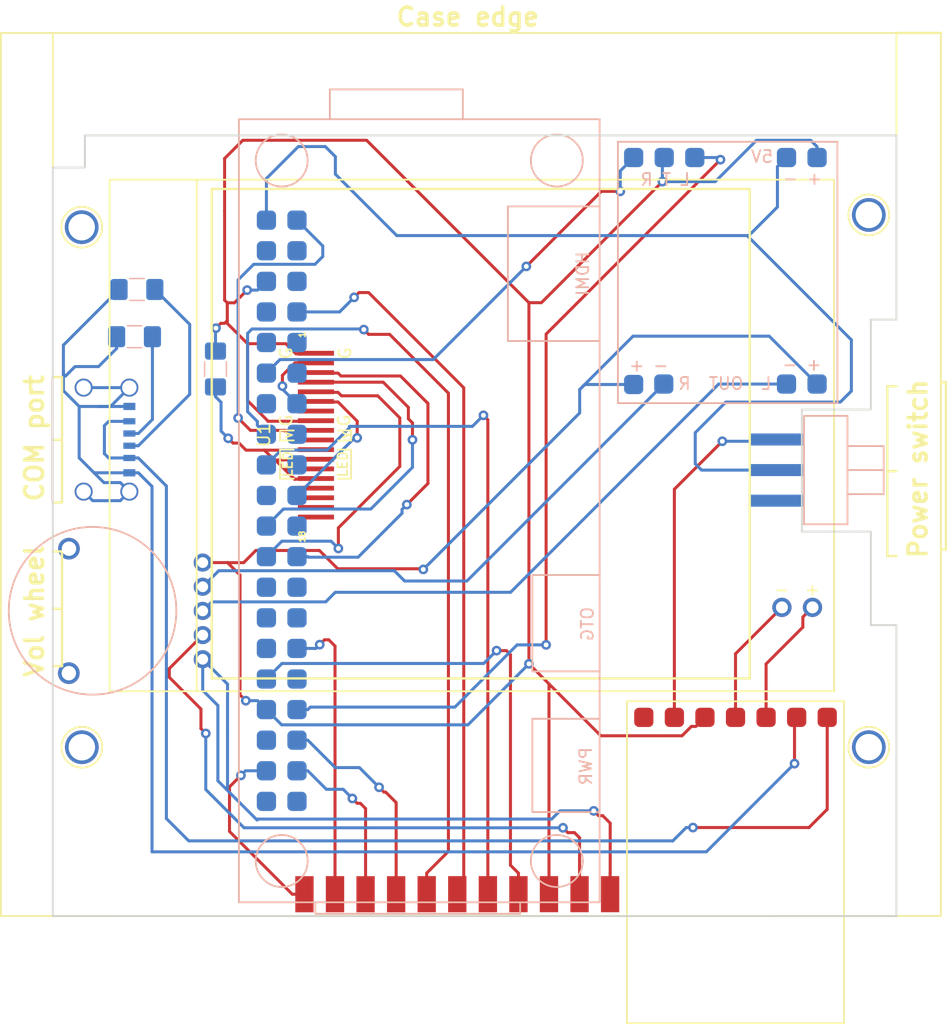
<source format=kicad_pcb>
(kicad_pcb (version 20171130) (host pcbnew 5.0.2+dfsg1-1~bpo9+1)

  (general
    (thickness 1.6)
    (drawings 47)
    (tracks 389)
    (zones 0)
    (modules 16)
    (nets 59)
  )

  (page A4)
  (layers
    (0 F.Cu signal)
    (31 B.Cu signal)
    (32 B.Adhes user)
    (33 F.Adhes user)
    (34 B.Paste user)
    (35 F.Paste user)
    (36 B.SilkS user)
    (37 F.SilkS user)
    (38 B.Mask user)
    (39 F.Mask user)
    (40 Dwgs.User user)
    (41 Cmts.User user)
    (42 Eco1.User user)
    (43 Eco2.User user)
    (44 Edge.Cuts user)
    (45 Margin user)
    (46 B.CrtYd user)
    (47 F.CrtYd user)
    (48 B.Fab user)
    (49 F.Fab user)
  )

  (setup
    (last_trace_width 0.25)
    (trace_clearance 0.2)
    (zone_clearance 0.508)
    (zone_45_only no)
    (trace_min 0.2)
    (segment_width 0.15)
    (edge_width 0.15)
    (via_size 0.8)
    (via_drill 0.4)
    (via_min_size 0.4)
    (via_min_drill 0.3)
    (uvia_size 0.3)
    (uvia_drill 0.1)
    (uvias_allowed no)
    (uvia_min_size 0.2)
    (uvia_min_drill 0.1)
    (pcb_text_width 0.3)
    (pcb_text_size 1.5 1.5)
    (mod_edge_width 0.15)
    (mod_text_size 1 1)
    (mod_text_width 0.15)
    (pad_size 1.524 1.524)
    (pad_drill 0.762)
    (pad_to_mask_clearance 0.051)
    (solder_mask_min_width 0.25)
    (aux_axis_origin 0 0)
    (visible_elements FFFFFF7F)
    (pcbplotparams
      (layerselection 0x010f0_ffffffff)
      (usegerberextensions false)
      (usegerberattributes false)
      (usegerberadvancedattributes false)
      (creategerberjobfile false)
      (excludeedgelayer true)
      (linewidth 0.100000)
      (plotframeref false)
      (viasonmask false)
      (mode 1)
      (useauxorigin false)
      (hpglpennumber 1)
      (hpglpenspeed 20)
      (hpglpendiameter 15.000000)
      (psnegative false)
      (psa4output false)
      (plotreference true)
      (plotvalue true)
      (plotinvisibletext false)
      (padsonsilk false)
      (subtractmaskfromsilk false)
      (outputformat 1)
      (mirror false)
      (drillshape 0)
      (scaleselection 1)
      (outputdirectory "gerbers/"))
  )

  (net 0 "")
  (net 1 "Net-(J1-Pad1)")
  (net 2 "Net-(J1-Pad2)")
  (net 3 "Net-(J1-Pad3)")
  (net 4 "Net-(J1-Pad4)")
  (net 5 "Net-(J1-Pad5)")
  (net 6 "Net-(J1-Pad7)")
  (net 7 "Net-(J1-Pad8)")
  (net 8 "Net-(J1-Pad9)")
  (net 9 "Net-(J1-Pad10)")
  (net 10 "Net-(J1-Pad11)")
  (net 11 "Net-(J1-Pad12)")
  (net 12 "Net-(J1-Pad13)")
  (net 13 "Net-(J1-Pad14)")
  (net 14 "Net-(J1-Pad15)")
  (net 15 "Net-(J1-Pad16)")
  (net 16 "Net-(J1-Pad17)")
  (net 17 "Net-(J1-Pad18)")
  (net 18 "Net-(J1-Pad19)")
  (net 19 "Net-(J1-Pad20)")
  (net 20 "Net-(J1-Pad21)")
  (net 21 "Net-(J1-Pad22)")
  (net 22 "Net-(J1-Pad23)")
  (net 23 "Net-(J1-Pad24)")
  (net 24 "Net-(J1-Pad25)")
  (net 25 "Net-(J1-Pad26)")
  (net 26 "Net-(J1-Pad27)")
  (net 27 "Net-(J1-Pad28)")
  (net 28 "Net-(J1-Pad29)")
  (net 29 "Net-(J1-Pad30)")
  (net 30 "Net-(J1-Pad31)")
  (net 31 "Net-(J1-Pad32)")
  (net 32 "Net-(J1-Pad33)")
  (net 33 "Net-(J1-Pad34)")
  (net 34 "Net-(J1-Pad35)")
  (net 35 "Net-(J1-Pad36)")
  (net 36 "Net-(J1-Pad37)")
  (net 37 "Net-(J1-Pad38)")
  (net 38 "Net-(J1-Pad39)")
  (net 39 "Net-(J1-Pad40)")
  (net 40 "Net-(U1-Pad7)")
  (net 41 "Net-(U1-Pad15)")
  (net 42 "Net-(U1-Pad16)")
  (net 43 "Net-(U1-Pad17)")
  (net 44 "Net-(U1-Pad18)")
  (net 45 "Net-(SW1-Pad1)")
  (net 46 "Net-(SW1-Pad3)")
  (net 47 "Net-(R1-Pad2)")
  (net 48 "Net-(U3-Pad7)")
  (net 49 "Net-(U3-Pad8)")
  (net 50 "Net-(U4-Pad4)")
  (net 51 "Net-(U4-Pad5)")
  (net 52 "Net-(U2-Pad1)")
  (net 53 "Net-(U2-Pad2)")
  (net 54 "Net-(U5-Pad1)")
  (net 55 "Net-(U5-Pad7)")
  (net 56 "Net-(R2-Pad1)")
  (net 57 "Net-(R2-Pad2)")
  (net 58 "Net-(R3-Pad2)")

  (net_class Default "This is the default net class."
    (clearance 0.2)
    (trace_width 0.25)
    (via_dia 0.8)
    (via_drill 0.4)
    (uvia_dia 0.3)
    (uvia_drill 0.1)
    (add_net "Net-(J1-Pad1)")
    (add_net "Net-(J1-Pad10)")
    (add_net "Net-(J1-Pad11)")
    (add_net "Net-(J1-Pad12)")
    (add_net "Net-(J1-Pad13)")
    (add_net "Net-(J1-Pad14)")
    (add_net "Net-(J1-Pad15)")
    (add_net "Net-(J1-Pad16)")
    (add_net "Net-(J1-Pad17)")
    (add_net "Net-(J1-Pad18)")
    (add_net "Net-(J1-Pad19)")
    (add_net "Net-(J1-Pad2)")
    (add_net "Net-(J1-Pad20)")
    (add_net "Net-(J1-Pad21)")
    (add_net "Net-(J1-Pad22)")
    (add_net "Net-(J1-Pad23)")
    (add_net "Net-(J1-Pad24)")
    (add_net "Net-(J1-Pad25)")
    (add_net "Net-(J1-Pad26)")
    (add_net "Net-(J1-Pad27)")
    (add_net "Net-(J1-Pad28)")
    (add_net "Net-(J1-Pad29)")
    (add_net "Net-(J1-Pad3)")
    (add_net "Net-(J1-Pad30)")
    (add_net "Net-(J1-Pad31)")
    (add_net "Net-(J1-Pad32)")
    (add_net "Net-(J1-Pad33)")
    (add_net "Net-(J1-Pad34)")
    (add_net "Net-(J1-Pad35)")
    (add_net "Net-(J1-Pad36)")
    (add_net "Net-(J1-Pad37)")
    (add_net "Net-(J1-Pad38)")
    (add_net "Net-(J1-Pad39)")
    (add_net "Net-(J1-Pad4)")
    (add_net "Net-(J1-Pad40)")
    (add_net "Net-(J1-Pad5)")
    (add_net "Net-(J1-Pad7)")
    (add_net "Net-(J1-Pad8)")
    (add_net "Net-(J1-Pad9)")
    (add_net "Net-(R1-Pad2)")
    (add_net "Net-(R2-Pad1)")
    (add_net "Net-(R2-Pad2)")
    (add_net "Net-(R3-Pad2)")
    (add_net "Net-(SW1-Pad1)")
    (add_net "Net-(SW1-Pad3)")
    (add_net "Net-(U1-Pad15)")
    (add_net "Net-(U1-Pad16)")
    (add_net "Net-(U1-Pad17)")
    (add_net "Net-(U1-Pad18)")
    (add_net "Net-(U1-Pad7)")
    (add_net "Net-(U2-Pad1)")
    (add_net "Net-(U2-Pad2)")
    (add_net "Net-(U3-Pad7)")
    (add_net "Net-(U3-Pad8)")
    (add_net "Net-(U4-Pad4)")
    (add_net "Net-(U4-Pad5)")
    (add_net "Net-(U5-Pad1)")
    (add_net "Net-(U5-Pad7)")
  )

  (module raspberry_pi_gpio_custom:raspberry_pi_gpio_SMD_outline_under_holes (layer B.Cu) (tedit 5F1F2CED) (tstamp 5F2E821A)
    (at 132.8928 86.51748 90)
    (path /5EFDFCCA)
    (fp_text reference J1 (at -0.254 -8.382 90) (layer B.SilkS) hide
      (effects (font (size 1 1) (thickness 0.15)) (justify mirror))
    )
    (fp_text value Raspberry_Pi_2_3 (at 0 10.922 90) (layer B.Fab) hide
      (effects (font (size 1 1) (thickness 0.15)) (justify mirror))
    )
    (fp_line (start -25.146 -3.556) (end 25.146 -3.556) (layer B.SilkS) (width 0.15))
    (fp_line (start -32.512 -3.556) (end -25.146 -3.556) (layer B.SilkS) (width 0.15))
    (fp_line (start -32.512 -3.556) (end -32.512 26.416) (layer B.SilkS) (width 0.15))
    (fp_line (start 32.512 -3.556) (end 25.146 -3.556) (layer B.SilkS) (width 0.15))
    (fp_line (start 32.512 -3.556) (end 32.512 26.416) (layer B.SilkS) (width 0.15))
    (fp_line (start 32.512 26.416) (end -32.512 26.416) (layer B.SilkS) (width 0.15))
    (fp_line (start 14.097 26.416) (end 14.097 18.796) (layer B.SilkS) (width 0.15))
    (fp_line (start 14.097 18.796) (end 25.273 18.796) (layer B.SilkS) (width 0.15))
    (fp_line (start 25.273 18.796) (end 25.273 26.416) (layer B.SilkS) (width 0.15))
    (fp_text user HDMI (at 19.685 25.019 90) (layer B.SilkS)
      (effects (font (size 1 1) (thickness 0.15)) (justify mirror))
    )
    (fp_line (start -17.272 26.416) (end -17.272 20.828) (layer B.SilkS) (width 0.15))
    (fp_line (start -17.272 20.828) (end -25.019 20.828) (layer B.SilkS) (width 0.15))
    (fp_line (start -25.019 20.828) (end -25.019 26.416) (layer B.SilkS) (width 0.15))
    (fp_line (start -5.334 26.416) (end -5.334 20.828) (layer B.SilkS) (width 0.15))
    (fp_line (start -5.334 20.828) (end -13.335 20.828) (layer B.SilkS) (width 0.15))
    (fp_line (start -13.335 20.828) (end -13.335 26.416) (layer B.SilkS) (width 0.15))
    (fp_text user OTG (at -9.398 25.4 90) (layer B.SilkS)
      (effects (font (size 1 1) (thickness 0.15)) (justify mirror))
    )
    (fp_text user PWR (at -21.209 25.273 90) (layer B.SilkS)
      (effects (font (size 1 1) (thickness 0.15)) (justify mirror))
    )
    (fp_circle (center 29.083 22.86) (end 31.242 22.86) (layer B.SilkS) (width 0.15))
    (fp_circle (center 29.083 0) (end 31.242 0) (layer B.SilkS) (width 0.15))
    (fp_circle (center -29.083 0) (end -26.924 0) (layer B.SilkS) (width 0.15))
    (fp_circle (center -29.083 22.86) (end -26.924 22.86) (layer B.SilkS) (width 0.15))
    (fp_line (start 34.9885 15.0495) (end 34.9885 4.0005) (layer B.SilkS) (width 0.15))
    (fp_line (start 34.9885 4.0005) (end 32.512 4.0005) (layer B.SilkS) (width 0.15))
    (fp_line (start 34.9885 15.0495) (end 32.512 15.0495) (layer B.SilkS) (width 0.15))
    (fp_line (start -33.4645 2.794) (end -33.4645 19.812) (layer B.SilkS) (width 0.15))
    (fp_line (start -33.4645 19.812) (end -32.512 19.812) (layer B.SilkS) (width 0.15))
    (fp_line (start -33.4645 2.794) (end -32.512 2.794) (layer B.SilkS) (width 0.15))
    (pad 1 smd roundrect (at 24.13 1.27 270) (size 1.6 1.6) (layers B.Cu B.Paste B.Mask) (roundrect_rratio 0.25)
      (net 1 "Net-(J1-Pad1)"))
    (pad 2 smd roundrect (at 24.13 -1.27 270) (size 1.6 1.6) (layers B.Cu B.Paste B.Mask) (roundrect_rratio 0.25)
      (net 2 "Net-(J1-Pad2)"))
    (pad 3 smd roundrect (at 21.59 1.27 270) (size 1.6 1.6) (layers B.Cu B.Paste B.Mask) (roundrect_rratio 0.25)
      (net 3 "Net-(J1-Pad3)"))
    (pad 4 smd roundrect (at 21.59 -1.27 270) (size 1.6 1.6) (layers B.Cu B.Paste B.Mask) (roundrect_rratio 0.25)
      (net 4 "Net-(J1-Pad4)"))
    (pad 5 smd roundrect (at 19.05 1.27 270) (size 1.6 1.6) (layers B.Cu B.Paste B.Mask) (roundrect_rratio 0.25)
      (net 5 "Net-(J1-Pad5)"))
    (pad 6 smd roundrect (at 19.05 -1.27 270) (size 1.6 1.6) (layers B.Cu B.Paste B.Mask) (roundrect_rratio 0.25)
      (net 33 "Net-(J1-Pad34)"))
    (pad 7 smd roundrect (at 16.51 1.27 270) (size 1.6 1.6) (layers B.Cu B.Paste B.Mask) (roundrect_rratio 0.25)
      (net 6 "Net-(J1-Pad7)"))
    (pad 8 smd roundrect (at 16.51 -1.27 270) (size 1.6 1.6) (layers B.Cu B.Paste B.Mask) (roundrect_rratio 0.25)
      (net 7 "Net-(J1-Pad8)"))
    (pad 9 smd roundrect (at 13.97 1.27 270) (size 1.6 1.6) (layers B.Cu B.Paste B.Mask) (roundrect_rratio 0.25)
      (net 8 "Net-(J1-Pad9)"))
    (pad 10 smd roundrect (at 13.97 -1.27 270) (size 1.6 1.6) (layers B.Cu B.Paste B.Mask) (roundrect_rratio 0.25)
      (net 9 "Net-(J1-Pad10)"))
    (pad 11 smd roundrect (at 11.43 1.27 270) (size 1.6 1.6) (layers B.Cu B.Paste B.Mask) (roundrect_rratio 0.25)
      (net 10 "Net-(J1-Pad11)"))
    (pad 12 smd roundrect (at 11.43 -1.27 270) (size 1.6 1.6) (layers B.Cu B.Paste B.Mask) (roundrect_rratio 0.25)
      (net 11 "Net-(J1-Pad12)"))
    (pad 13 smd roundrect (at 8.89 1.27 270) (size 1.6 1.6) (layers B.Cu B.Paste B.Mask) (roundrect_rratio 0.25)
      (net 12 "Net-(J1-Pad13)"))
    (pad 14 smd roundrect (at 8.89 -1.27 270) (size 1.6 1.6) (layers B.Cu B.Paste B.Mask) (roundrect_rratio 0.25)
      (net 13 "Net-(J1-Pad14)"))
    (pad 15 smd roundrect (at 6.35 1.27 270) (size 1.6 1.6) (layers B.Cu B.Paste B.Mask) (roundrect_rratio 0.25)
      (net 14 "Net-(J1-Pad15)"))
    (pad 16 smd roundrect (at 6.35 -1.27 270) (size 1.6 1.6) (layers B.Cu B.Paste B.Mask) (roundrect_rratio 0.25)
      (net 15 "Net-(J1-Pad16)"))
    (pad 17 smd roundrect (at 3.81 1.27 270) (size 1.6 1.6) (layers B.Cu B.Paste B.Mask) (roundrect_rratio 0.25)
      (net 16 "Net-(J1-Pad17)"))
    (pad 18 smd roundrect (at 3.81 -1.27 270) (size 1.6 1.6) (layers B.Cu B.Paste B.Mask) (roundrect_rratio 0.25)
      (net 17 "Net-(J1-Pad18)"))
    (pad 19 smd roundrect (at 1.27 1.27 270) (size 1.6 1.6) (layers B.Cu B.Paste B.Mask) (roundrect_rratio 0.25)
      (net 18 "Net-(J1-Pad19)"))
    (pad 20 smd roundrect (at 1.27 -1.27 270) (size 1.6 1.6) (layers B.Cu B.Paste B.Mask) (roundrect_rratio 0.25)
      (net 19 "Net-(J1-Pad20)"))
    (pad 21 smd roundrect (at -1.27 1.27 270) (size 1.6 1.6) (layers B.Cu B.Paste B.Mask) (roundrect_rratio 0.25)
      (net 20 "Net-(J1-Pad21)"))
    (pad 22 smd roundrect (at -1.27 -1.27 270) (size 1.6 1.6) (layers B.Cu B.Paste B.Mask) (roundrect_rratio 0.25)
      (net 21 "Net-(J1-Pad22)"))
    (pad 23 smd roundrect (at -3.81 1.27 270) (size 1.6 1.6) (layers B.Cu B.Paste B.Mask) (roundrect_rratio 0.25)
      (net 22 "Net-(J1-Pad23)"))
    (pad 24 smd roundrect (at -3.81 -1.27 270) (size 1.6 1.6) (layers B.Cu B.Paste B.Mask) (roundrect_rratio 0.25)
      (net 23 "Net-(J1-Pad24)"))
    (pad 25 smd roundrect (at -6.35 1.27 270) (size 1.6 1.6) (layers B.Cu B.Paste B.Mask) (roundrect_rratio 0.25)
      (net 24 "Net-(J1-Pad25)"))
    (pad 26 smd roundrect (at -6.35 -1.27 270) (size 1.6 1.6) (layers B.Cu B.Paste B.Mask) (roundrect_rratio 0.25)
      (net 25 "Net-(J1-Pad26)"))
    (pad 27 smd roundrect (at -8.89 1.27 270) (size 1.6 1.6) (layers B.Cu B.Paste B.Mask) (roundrect_rratio 0.25)
      (net 26 "Net-(J1-Pad27)"))
    (pad 28 smd roundrect (at -8.89 -1.27 270) (size 1.6 1.6) (layers B.Cu B.Paste B.Mask) (roundrect_rratio 0.25)
      (net 27 "Net-(J1-Pad28)"))
    (pad 29 smd roundrect (at -11.43 1.27 270) (size 1.6 1.6) (layers B.Cu B.Paste B.Mask) (roundrect_rratio 0.25)
      (net 28 "Net-(J1-Pad29)"))
    (pad 30 smd roundrect (at -11.43 -1.27 270) (size 1.6 1.6) (layers B.Cu B.Paste B.Mask) (roundrect_rratio 0.25)
      (net 29 "Net-(J1-Pad30)"))
    (pad 31 smd roundrect (at -13.97 1.27 270) (size 1.6 1.6) (layers B.Cu B.Paste B.Mask) (roundrect_rratio 0.25)
      (net 30 "Net-(J1-Pad31)"))
    (pad 32 smd roundrect (at -13.97 -1.27 270) (size 1.6 1.6) (layers B.Cu B.Paste B.Mask) (roundrect_rratio 0.25)
      (net 31 "Net-(J1-Pad32)"))
    (pad 33 smd roundrect (at -16.51 1.27 270) (size 1.6 1.6) (layers B.Cu B.Paste B.Mask) (roundrect_rratio 0.25)
      (net 32 "Net-(J1-Pad33)"))
    (pad 34 smd roundrect (at -16.51 -1.27 270) (size 1.6 1.6) (layers B.Cu B.Paste B.Mask) (roundrect_rratio 0.25)
      (net 33 "Net-(J1-Pad34)"))
    (pad 35 smd roundrect (at -19.05 1.27 270) (size 1.6 1.6) (layers B.Cu B.Paste B.Mask) (roundrect_rratio 0.25)
      (net 34 "Net-(J1-Pad35)"))
    (pad 36 smd roundrect (at -19.05 -1.27 270) (size 1.6 1.6) (layers B.Cu B.Paste B.Mask) (roundrect_rratio 0.25)
      (net 35 "Net-(J1-Pad36)"))
    (pad 37 smd roundrect (at -21.59 1.27 270) (size 1.6 1.6) (layers B.Cu B.Paste B.Mask) (roundrect_rratio 0.25)
      (net 36 "Net-(J1-Pad37)"))
    (pad 38 smd roundrect (at -21.59 -1.27 270) (size 1.6 1.6) (layers B.Cu B.Paste B.Mask) (roundrect_rratio 0.25)
      (net 37 "Net-(J1-Pad38)"))
    (pad 39 smd roundrect (at -24.13 1.27 270) (size 1.6 1.6) (layers B.Cu B.Paste B.Mask) (roundrect_rratio 0.25)
      (net 38 "Net-(J1-Pad39)"))
    (pad 40 smd roundrect (at -24.13 -1.27 270) (size 1.6 1.6) (layers B.Cu B.Paste B.Mask) (roundrect_rratio 0.25)
      (net 39 "Net-(J1-Pad40)"))
  )

  (module screens:2.4_screen_ribbon_breakout (layer F.Cu) (tedit 5C61C4E3) (tstamp 5F1F4464)
    (at 134.2136 80.23352 270)
    (path /5EFDFDD1)
    (fp_text reference U1 (at 0 2.794 270) (layer F.SilkS)
      (effects (font (size 1 1) (thickness 0.15)))
    )
    (fp_text value 2.4_screen_ribbon (at 0 -5.715 270) (layer F.Fab)
      (effects (font (size 1 1) (thickness 0.15)))
    )
    (fp_text user 1 (at -8.3312 -0.381 270) (layer F.SilkS)
      (effects (font (size 0.5 0.5) (thickness 0.125)))
    )
    (fp_text user 18 (at 8.4328 -0.381 270) (layer F.SilkS)
      (effects (font (size 0.5 0.5) (thickness 0.125)))
    )
    (fp_line (start 21.2725 0) (end 21.2725 -44.577) (layer F.SilkS) (width 0.15))
    (fp_line (start 21.2725 0) (end 21.2725 15.621) (layer F.SilkS) (width 0.15))
    (fp_line (start 21.2725 15.621) (end -21.209 15.621) (layer F.SilkS) (width 0.15))
    (fp_line (start -21.209 15.621) (end -21.209 -44.577) (layer F.SilkS) (width 0.15))
    (fp_line (start -21.209 -44.577) (end -0.127 -44.577) (layer F.SilkS) (width 0.15))
    (fp_line (start 21.2725 -44.577) (end -0.127 -44.577) (layer F.SilkS) (width 0.15))
    (fp_line (start 0.4445 0.3175) (end 0.4445 1.4605) (layer F.SilkS) (width 0.15))
    (fp_line (start 0.4445 1.4605) (end -0.381 1.4605) (layer F.SilkS) (width 0.15))
    (fp_line (start -0.381 1.4605) (end -0.381 0.3175) (layer F.SilkS) (width 0.15))
    (fp_line (start 1.2065 -3.3655) (end 1.2065 -4.445) (layer F.SilkS) (width 0.15))
    (fp_line (start 0.4445 -4.445) (end -0.381 -4.445) (layer F.SilkS) (width 0.15))
    (fp_line (start 0.4445 -3.3655) (end 0.4445 -4.445) (layer F.SilkS) (width 0.15))
    (fp_line (start -0.381 -4.445) (end -0.381 -3.3655) (layer F.SilkS) (width 0.15))
    (fp_line (start 3.6195 -3.3655) (end 3.6195 -4.445) (layer F.SilkS) (width 0.15))
    (fp_line (start 3.6195 -4.445) (end 1.2065 -4.445) (layer F.SilkS) (width 0.15))
    (fp_text user v (at 0 -3.937 90) (layer F.SilkS)
      (effects (font (size 0.8 0.8) (thickness 0.15)))
    )
    (fp_text user LED (at 2.413 -3.7465 90) (layer F.SilkS)
      (effects (font (size 0.8 0.8) (thickness 0.15)))
    )
    (fp_text user LED (at 2.413 0.8255 270) (layer F.SilkS)
      (effects (font (size 0.8 0.8) (thickness 0.15)))
    )
    (fp_text user v (at 0 0.8255 270) (layer F.SilkS)
      (effects (font (size 0.8 0.8) (thickness 0.15)))
    )
    (fp_text user G (at -1.2065 -3.8735 270) (layer F.SilkS)
      (effects (font (size 1 1) (thickness 0.15)))
    )
    (fp_text user G (at -1.2065 0.9525 270) (layer F.SilkS)
      (effects (font (size 1 1) (thickness 0.15)))
    )
    (fp_text user G (at -6.7945 -3.937 270) (layer F.SilkS)
      (effects (font (size 1 1) (thickness 0.15)))
    )
    (fp_text user G (at -6.7945 0.9525 270) (layer F.SilkS)
      (effects (font (size 1 1) (thickness 0.15)))
    )
    (fp_line (start 1.2065 0.3175) (end 1.2065 1.4605) (layer F.SilkS) (width 0.15))
    (fp_line (start 1.2065 1.4605) (end 3.6195 1.4605) (layer F.SilkS) (width 0.15))
    (fp_line (start 3.6195 1.4605) (end 3.6195 0.3175) (layer F.SilkS) (width 0.15))
    (fp_line (start -21.209 8.382) (end 21.2725 8.382) (layer F.SilkS) (width 0.15))
    (pad 1 smd rect (at -6.7945 -1.524 270) (size 0.4 3) (layers F.Cu F.Paste F.Mask)
      (net 33 "Net-(J1-Pad34)"))
    (pad 2 smd rect (at -5.9944 -1.524 270) (size 0.4 3) (layers F.Cu F.Paste F.Mask)
      (net 12 "Net-(J1-Pad13)"))
    (pad 3 smd rect (at -5.1943 -1.524 270) (size 0.4 3) (layers F.Cu F.Paste F.Mask)
      (net 22 "Net-(J1-Pad23)"))
    (pad 4 smd rect (at -4.3942 -1.524 270) (size 0.4 3) (layers F.Cu F.Paste F.Mask)
      (net 21 "Net-(J1-Pad22)"))
    (pad 5 smd rect (at -3.5941 -1.524 270) (size 0.4 3) (layers F.Cu F.Paste F.Mask)
      (net 23 "Net-(J1-Pad24)"))
    (pad 6 smd rect (at -2.794 -1.524 270) (size 0.4 3) (layers F.Cu F.Paste F.Mask)
      (net 18 "Net-(J1-Pad19)"))
    (pad 7 smd rect (at -1.9939 -1.524 270) (size 0.4 3) (layers F.Cu F.Paste F.Mask)
      (net 40 "Net-(U1-Pad7)"))
    (pad 8 smd rect (at -1.1938 -1.524 270) (size 0.4 3) (layers F.Cu F.Paste F.Mask)
      (net 33 "Net-(J1-Pad34)"))
    (pad 9 smd rect (at -0.3937 -1.524 270) (size 0.4 3) (layers F.Cu F.Paste F.Mask)
      (net 1 "Net-(J1-Pad1)"))
    (pad 10 smd rect (at 0.4064 -1.524 270) (size 0.4 3) (layers F.Cu F.Paste F.Mask)
      (net 1 "Net-(J1-Pad1)"))
    (pad 11 smd rect (at 1.2065 -1.524 270) (size 0.4 3) (layers F.Cu F.Paste F.Mask)
      (net 47 "Net-(R1-Pad2)"))
    (pad 12 smd rect (at 2.0066 -1.524 270) (size 0.4 3) (layers F.Cu F.Paste F.Mask)
      (net 47 "Net-(R1-Pad2)"))
    (pad 13 smd rect (at 2.8067 -1.524 270) (size 0.4 3) (layers F.Cu F.Paste F.Mask)
      (net 47 "Net-(R1-Pad2)"))
    (pad 14 smd rect (at 3.6068 -1.524 270) (size 0.4 3) (layers F.Cu F.Paste F.Mask)
      (net 47 "Net-(R1-Pad2)"))
    (pad 15 smd rect (at 4.4069 -1.524 270) (size 0.4 3) (layers F.Cu F.Paste F.Mask)
      (net 41 "Net-(U1-Pad15)"))
    (pad 16 smd rect (at 5.207 -1.524 270) (size 0.4 3) (layers F.Cu F.Paste F.Mask)
      (net 42 "Net-(U1-Pad16)"))
    (pad 17 smd rect (at 6.0071 -1.524 270) (size 0.4 3) (layers F.Cu F.Paste F.Mask)
      (net 43 "Net-(U1-Pad17)"))
    (pad 18 smd rect (at 6.8072 -1.524 270) (size 0.4 3) (layers F.Cu F.Paste F.Mask)
      (net 44 "Net-(U1-Pad18)"))
  )

  (module usb_custom:USB_C_6PIN_custom (layer B.Cu) (tedit 5F1F2D4B) (tstamp 5F274FF2)
    (at 120.23344 80.60944 270)
    (path /5F1AE546)
    (fp_text reference U7 (at 0.1016 10.2743 270) (layer B.SilkS) hide
      (effects (font (size 1 1) (thickness 0.15)) (justify mirror))
    )
    (fp_text value usb_c_6pin (at 0.0635 8.1026 270) (layer B.Fab) hide
      (effects (font (size 1 1) (thickness 0.15)) (justify mirror))
    )
    (fp_line (start -5.08 6.4008) (end 5.08 6.4008) (layer B.SilkS) (width 0.15))
    (pad 3 smd rect (at -0.508 0 270) (size 0.52 1) (layers B.Cu B.Paste B.Mask)
      (net 57 "Net-(R2-Pad2)"))
    (pad 4 smd rect (at 0.508 0 270) (size 0.52 1) (layers B.Cu B.Paste B.Mask)
      (net 58 "Net-(R3-Pad2)"))
    (pad 2 smd rect (at 1.524 0 270) (size 0.52 1) (layers B.Cu B.Paste B.Mask)
      (net 54 "Net-(U5-Pad1)"))
    (pad 2 smd rect (at -1.524 0 270) (size 0.52 1) (layers B.Cu B.Paste B.Mask)
      (net 54 "Net-(U5-Pad1)"))
    (pad 1 smd rect (at 2.7559 0 270) (size 0.6 1) (layers B.Cu B.Paste B.Mask)
      (net 56 "Net-(R2-Pad1)"))
    (pad 1 smd rect (at -2.7559 0 270) (size 0.6 1) (layers B.Cu B.Paste B.Mask)
      (net 56 "Net-(R2-Pad1)"))
    (pad 1 thru_hole circle (at 4.318 0 270) (size 1.5 1.5) (drill 1.2) (layers *.Cu *.Mask)
      (net 56 "Net-(R2-Pad1)"))
    (pad 1 thru_hole circle (at -4.318 0 270) (size 1.5 1.5) (drill 1.2) (layers *.Cu *.Mask)
      (net 56 "Net-(R2-Pad1)"))
    (pad 1 thru_hole circle (at -4.318 3.7973 270) (size 1.5 1.5) (drill 1.2) (layers *.Cu *.Mask)
      (net 56 "Net-(R2-Pad1)"))
    (pad 1 thru_hole circle (at 4.318 3.7973 270) (size 1.5 1.5) (drill 1.2) (layers *.Cu *.Mask)
      (net 56 "Net-(R2-Pad1)"))
  )

  (module Resistor_SMD:R_1206_3216Metric_Pad1.42x1.75mm_HandSolder (layer B.Cu) (tedit 5F1F2D1E) (tstamp 5F274FD2)
    (at 120.6643 72.06488)
    (descr "Resistor SMD 1206 (3216 Metric), square (rectangular) end terminal, IPC_7351 nominal with elongated pad for handsoldering. (Body size source: http://www.tortai-tech.com/upload/download/2011102023233369053.pdf), generated with kicad-footprint-generator")
    (tags "resistor handsolder")
    (path /5F1D1159)
    (attr smd)
    (fp_text reference R2 (at 0 1.82) (layer B.SilkS) hide
      (effects (font (size 1 1) (thickness 0.15)) (justify mirror))
    )
    (fp_text value R (at 0 -1.82) (layer B.Fab) hide
      (effects (font (size 1 1) (thickness 0.15)) (justify mirror))
    )
    (fp_line (start -1.6 -0.8) (end -1.6 0.8) (layer B.Fab) (width 0.1))
    (fp_line (start -1.6 0.8) (end 1.6 0.8) (layer B.Fab) (width 0.1))
    (fp_line (start 1.6 0.8) (end 1.6 -0.8) (layer B.Fab) (width 0.1))
    (fp_line (start 1.6 -0.8) (end -1.6 -0.8) (layer B.Fab) (width 0.1))
    (fp_line (start -0.602064 0.91) (end 0.602064 0.91) (layer B.SilkS) (width 0.12))
    (fp_line (start -0.602064 -0.91) (end 0.602064 -0.91) (layer B.SilkS) (width 0.12))
    (fp_line (start -2.45 -1.12) (end -2.45 1.12) (layer B.CrtYd) (width 0.05))
    (fp_line (start -2.45 1.12) (end 2.45 1.12) (layer B.CrtYd) (width 0.05))
    (fp_line (start 2.45 1.12) (end 2.45 -1.12) (layer B.CrtYd) (width 0.05))
    (fp_line (start 2.45 -1.12) (end -2.45 -1.12) (layer B.CrtYd) (width 0.05))
    (fp_text user %R (at 0 0) (layer B.Fab)
      (effects (font (size 0.8 0.8) (thickness 0.12)) (justify mirror))
    )
    (pad 1 smd roundrect (at -1.4875 0) (size 1.425 1.75) (layers B.Cu B.Paste B.Mask) (roundrect_rratio 0.175439)
      (net 56 "Net-(R2-Pad1)"))
    (pad 2 smd roundrect (at 1.4875 0) (size 1.425 1.75) (layers B.Cu B.Paste B.Mask) (roundrect_rratio 0.175439)
      (net 57 "Net-(R2-Pad2)"))
    (model ${KISYS3DMOD}/Resistor_SMD.3dshapes/R_1206_3216Metric.wrl
      (at (xyz 0 0 0))
      (scale (xyz 1 1 1))
      (rotate (xyz 0 0 0))
    )
  )

  (module m3_hole_custom:GBC_mounting_holes (layer F.Cu) (tedit 5F1F2CAF) (tstamp 5CD40947)
    (at 116.29898 106.15422)
    (fp_text reference REF** (at 0.00508 -2.73558) (layer F.SilkS) hide
      (effects (font (size 1 1) (thickness 0.15)))
    )
    (fp_text value GBC_mounting_holes (at -0.01524 -4.37896) (layer F.Fab) hide
      (effects (font (size 1 1) (thickness 0.15)))
    )
    (fp_circle (center -0.0127 -0.00254) (end 1.68402 0.00508) (layer F.SilkS) (width 0.15))
    (pad 1 thru_hole circle (at -0.0127 -0.00254) (size 2.8 2.8) (drill 2.2) (layers *.Cu *.Mask))
  )

  (module m3_hole_custom:GBC_mounting_holes (layer F.Cu) (tedit 5F1F2D6F) (tstamp 5CD4088C)
    (at 181.69128 61.95568)
    (fp_text reference REF** (at 0.00508 -2.73558) (layer F.SilkS) hide
      (effects (font (size 1 1) (thickness 0.15)))
    )
    (fp_text value GBC_mounting_holes (at -0.01524 -4.37896) (layer F.Fab) hide
      (effects (font (size 1 1) (thickness 0.15)))
    )
    (fp_circle (center -0.0127 -0.00254) (end 1.68402 0.00508) (layer F.SilkS) (width 0.15))
    (pad 1 thru_hole circle (at -0.0127 -0.00254) (size 2.8 2.8) (drill 2.2) (layers *.Cu *.Mask))
  )

  (module m3_hole_custom:GBC_mounting_holes (layer F.Cu) (tedit 5F1F2CC2) (tstamp 5CD4092C)
    (at 116.28628 62.97168)
    (fp_text reference REF** (at 0.00508 -2.73558) (layer F.SilkS) hide
      (effects (font (size 1 1) (thickness 0.15)))
    )
    (fp_text value GBC_mounting_holes (at -0.01524 -4.37896) (layer F.Fab) hide
      (effects (font (size 1 1) (thickness 0.15)))
    )
    (fp_circle (center -0.0127 -0.00254) (end 1.68402 0.00508) (layer F.SilkS) (width 0.15))
    (pad 1 thru_hole circle (at -0.0127 -0.00254) (size 2.8 2.8) (drill 2.2) (layers *.Cu *.Mask))
  )

  (module m3_hole_custom:GBC_mounting_holes (layer F.Cu) (tedit 5F1F2BE8) (tstamp 5CD40A81)
    (at 181.69128 106.15168)
    (fp_text reference REF** (at 0.00508 -2.73558) (layer F.SilkS) hide
      (effects (font (size 1 1) (thickness 0.15)))
    )
    (fp_text value GBC_mounting_holes (at -0.01524 -4.37896) (layer F.Fab) hide
      (effects (font (size 1 1) (thickness 0.15)))
    )
    (fp_circle (center -0.0127 -0.00254) (end 1.68402 0.00508) (layer F.SilkS) (width 0.15))
    (pad 1 thru_hole circle (at -0.0127 -0.00254) (size 2.8 2.8) (drill 2.2) (layers *.Cu *.Mask))
  )

  (module buttons_custom:3_pin_switch_smd_side_mount (layer B.Cu) (tedit 5F1F2CDA) (tstamp 5F2E3B5D)
    (at 174.0408 83.13928 90)
    (path /5F15D3D6)
    (fp_text reference SW1 (at 0.9398 -16.06296 90) (layer B.SilkS) hide
      (effects (font (size 1 1) (thickness 0.15)) (justify mirror))
    )
    (fp_text value SW_Push_SPDT (at -0.127 -11.59256 90) (layer B.Fab) hide
      (effects (font (size 1 1) (thickness 0.15)) (justify mirror))
    )
    (fp_line (start -4.50088 5.85216) (end -4.50088 2.24028) (layer B.SilkS) (width 0.15))
    (fp_line (start -4.50088 2.24028) (end -4.50088 2.25044) (layer B.SilkS) (width 0.15))
    (fp_line (start 4.50088 5.86232) (end 4.50088 2.25044) (layer B.SilkS) (width 0.15))
    (fp_line (start 4.50088 2.25044) (end -4.50596 2.25044) (layer B.SilkS) (width 0.15))
    (fp_line (start 4.50088 5.86232) (end -4.50596 5.86232) (layer B.SilkS) (width 0.15))
    (fp_line (start -1.99644 5.85216) (end -2.00152 8.85444) (layer B.SilkS) (width 0.15))
    (fp_line (start 1.99644 5.87248) (end 1.99136 8.87476) (layer B.SilkS) (width 0.15))
    (fp_line (start 1.99136 8.86968) (end -1.99644 8.86968) (layer B.SilkS) (width 0.15))
    (fp_line (start 0.00508 5.8674) (end 0 8.86968) (layer B.SilkS) (width 0.15))
    (pad 2 smd rect (at 0 0 90) (size 1 4.5) (layers B.Cu B.Paste B.Mask)
      (net 2 "Net-(J1-Pad2)"))
    (pad 3 smd rect (at 2.54 0 90) (size 1 4.5) (layers B.Cu B.Paste B.Mask)
      (net 46 "Net-(SW1-Pad3)"))
    (pad 1 smd rect (at -2.54 0 90) (size 1 4.5) (layers B.Cu B.Paste B.Mask)
      (net 45 "Net-(SW1-Pad1)"))
  )

  (module Resistor_SMD:R_1206_3216Metric_Pad1.42x1.75mm_HandSolder (layer B.Cu) (tedit 5F1F2D26) (tstamp 5F2E3DE5)
    (at 127.39116 74.74618 270)
    (descr "Resistor SMD 1206 (3216 Metric), square (rectangular) end terminal, IPC_7351 nominal with elongated pad for handsoldering. (Body size source: http://www.tortai-tech.com/upload/download/2011102023233369053.pdf), generated with kicad-footprint-generator")
    (tags "resistor handsolder")
    (path /5F15D455)
    (attr smd)
    (fp_text reference R1 (at 0 1.82 270) (layer B.SilkS) hide
      (effects (font (size 1 1) (thickness 0.15)) (justify mirror))
    )
    (fp_text value R (at 0 -1.82 270) (layer B.Fab) hide
      (effects (font (size 1 1) (thickness 0.15)) (justify mirror))
    )
    (fp_line (start -1.6 -0.8) (end -1.6 0.8) (layer B.Fab) (width 0.1))
    (fp_line (start -1.6 0.8) (end 1.6 0.8) (layer B.Fab) (width 0.1))
    (fp_line (start 1.6 0.8) (end 1.6 -0.8) (layer B.Fab) (width 0.1))
    (fp_line (start 1.6 -0.8) (end -1.6 -0.8) (layer B.Fab) (width 0.1))
    (fp_line (start -0.602064 0.91) (end 0.602064 0.91) (layer B.SilkS) (width 0.12))
    (fp_line (start -0.602064 -0.91) (end 0.602064 -0.91) (layer B.SilkS) (width 0.12))
    (fp_line (start -2.45 -1.12) (end -2.45 1.12) (layer B.CrtYd) (width 0.05))
    (fp_line (start -2.45 1.12) (end 2.45 1.12) (layer B.CrtYd) (width 0.05))
    (fp_line (start 2.45 1.12) (end 2.45 -1.12) (layer B.CrtYd) (width 0.05))
    (fp_line (start 2.45 -1.12) (end -2.45 -1.12) (layer B.CrtYd) (width 0.05))
    (fp_text user %R (at 0 0 270) (layer B.Fab)
      (effects (font (size 0.8 0.8) (thickness 0.12)) (justify mirror))
    )
    (pad 1 smd roundrect (at -1.4875 0 270) (size 1.425 1.75) (layers B.Cu B.Paste B.Mask) (roundrect_rratio 0.175439)
      (net 33 "Net-(J1-Pad34)"))
    (pad 2 smd roundrect (at 1.4875 0 270) (size 1.425 1.75) (layers B.Cu B.Paste B.Mask) (roundrect_rratio 0.175439)
      (net 47 "Net-(R1-Pad2)"))
    (model ${KISYS3DMOD}/Resistor_SMD.3dshapes/R_1206_3216Metric.wrl
      (at (xyz 0 0 0))
      (scale (xyz 1 1 1))
      (rotate (xyz 0 0 0))
    )
  )

  (module Sound_stuff_custom:PAM8403_custom_smd (layer B.Cu) (tedit 5F1F2D68) (tstamp 5F2E3DFC)
    (at 162.13836 57.18556)
    (path /5F15CE4E)
    (fp_text reference U3 (at 7.5057 10.8458) (layer B.SilkS) hide
      (effects (font (size 1 1) (thickness 0.15)) (justify mirror))
    )
    (fp_text value pam8403 (at 8.3312 13.7414) (layer B.Fab) hide
      (effects (font (size 1 1) (thickness 0.15)) (justify mirror))
    )
    (fp_line (start -1.3081 -1.3081) (end -1.3081 20.3962) (layer B.SilkS) (width 0.15))
    (fp_line (start -1.3081 20.3962) (end 16.9291 20.3962) (layer B.SilkS) (width 0.15))
    (fp_line (start 16.9291 20.3962) (end 16.9291 -1.3081) (layer B.SilkS) (width 0.15))
    (fp_line (start 16.9291 -1.3081) (end -1.3081 -1.3081) (layer B.SilkS) (width 0.15))
    (fp_text user "L T R" (at 2.6289 1.8288) (layer B.SilkS)
      (effects (font (size 1 1) (thickness 0.15)) (justify mirror))
    )
    (fp_text user "+ -" (at 14.0208 1.7399) (layer B.SilkS)
      (effects (font (size 1 1) (thickness 0.15)) (justify mirror))
    )
    (fp_text user "L  OUT  R" (at 7.5819 18.7706) (layer B.SilkS)
      (effects (font (size 1 1) (thickness 0.15)) (justify mirror))
    )
    (fp_text user "- +" (at 1.2573 17.2593) (layer B.SilkS)
      (effects (font (size 1 1) (thickness 0.15)) (justify mirror))
    )
    (fp_text user "+ -" (at 13.9827 17.1831) (layer B.SilkS)
      (effects (font (size 1 1) (thickness 0.15)) (justify mirror))
    )
    (fp_text user 5V (at 10.668 -0.0762) (layer B.SilkS)
      (effects (font (size 1 1) (thickness 0.15)) (justify mirror))
    )
    (pad 1 smd roundrect (at 0 0) (size 1.6 1.6) (layers B.Cu B.Paste B.Mask) (roundrect_rratio 0.25)
      (net 11 "Net-(J1-Pad12)"))
    (pad 2 smd roundrect (at 2.54 0) (size 1.6 1.6) (layers B.Cu B.Paste B.Mask) (roundrect_rratio 0.25)
      (net 33 "Net-(J1-Pad34)"))
    (pad 3 smd roundrect (at 5.08 0) (size 1.6 1.6) (layers B.Cu B.Paste B.Mask) (roundrect_rratio 0.25)
      (net 32 "Net-(J1-Pad33)"))
    (pad 4 smd roundrect (at 12.7 0) (size 1.6 1.6) (layers B.Cu B.Paste B.Mask) (roundrect_rratio 0.25)
      (net 2 "Net-(J1-Pad2)"))
    (pad 5 smd roundrect (at 15.24 0) (size 1.6 1.6) (layers B.Cu B.Paste B.Mask) (roundrect_rratio 0.25)
      (net 33 "Net-(J1-Pad34)"))
    (pad 6 smd roundrect (at 0 18.8468) (size 1.6 1.6) (layers B.Cu B.Paste B.Mask) (roundrect_rratio 0.25)
      (net 33 "Net-(J1-Pad34)"))
    (pad 7 smd roundrect (at 2.5019 18.8087) (size 1.6 1.6) (layers B.Cu B.Paste B.Mask) (roundrect_rratio 0.25)
      (net 48 "Net-(U3-Pad7)"))
    (pad 8 smd roundrect (at 12.7 18.8087) (size 1.6 1.6) (layers B.Cu B.Paste B.Mask) (roundrect_rratio 0.25)
      (net 49 "Net-(U3-Pad8)"))
    (pad 9 smd roundrect (at 15.24 18.8087) (size 1.6 1.6) (layers B.Cu B.Paste B.Mask) (roundrect_rratio 0.25)
      (net 33 "Net-(J1-Pad34)"))
  )

  (module Sound_stuff_custom:GBC_pot_custom (layer B.Cu) (tedit 5F1F2CE7) (tstamp 5F1F2983)
    (at 126.32944 94.83344 270)
    (path /5F15D170)
    (fp_text reference U4 (at -0.0254 -4.4958 270) (layer B.SilkS) hide
      (effects (font (size 1 1) (thickness 0.15)) (justify mirror))
    )
    (fp_text value sound_pot_5pin (at -0.0254 -2.0574 270) (layer B.Fab) hide
      (effects (font (size 1 1) (thickness 0.15)) (justify mirror))
    )
    (fp_circle (center -0.0127 9.153352) (end -6.9723 8.937452) (layer B.SilkS) (width 0.15))
    (pad 1 thru_hole circle (at -4.0132 0 270) (size 1.5 1.5) (drill 0.9) (layers *.Cu *.Mask)
      (net 33 "Net-(J1-Pad34)"))
    (pad 2 thru_hole circle (at -2.0066 0 270) (size 1.5 1.5) (drill 0.9) (layers *.Cu *.Mask)
      (net 48 "Net-(U3-Pad7)"))
    (pad 3 thru_hole circle (at 0 0 270) (size 1.5 1.5) (drill 0.9) (layers *.Cu *.Mask)
      (net 49 "Net-(U3-Pad8)"))
    (pad 4 thru_hole circle (at 2.0066 0 270) (size 1.5 1.5) (drill 0.9) (layers *.Cu *.Mask)
      (net 50 "Net-(U4-Pad4)"))
    (pad 5 thru_hole circle (at 4.0132 0 270) (size 1.5 1.5) (drill 0.9) (layers *.Cu *.Mask)
      (net 51 "Net-(U4-Pad5)"))
    (pad 6 thru_hole circle (at 5.1689 11.1252 270) (size 1.8 1.8) (drill 1.2) (layers *.Cu *.Mask))
    (pad 7 thru_hole circle (at -5.1689 11.1125 270) (size 1.8 1.8) (drill 1.2) (layers *.Cu *.Mask))
  )

  (module battery_connector_custom:vcc_gnd_2pin_custom (layer F.Cu) (tedit 5F1F2BD6) (tstamp 5F228A1E)
    (at 175.72736 94.5388)
    (path /5F15D27B)
    (fp_text reference U2 (at 0 2.04216) (layer F.SilkS) hide
      (effects (font (size 1 1) (thickness 0.15)))
    )
    (fp_text value battery_custom (at 0 -2.50952) (layer F.Fab) hide
      (effects (font (size 1 1) (thickness 0.15)))
    )
    (fp_text user - (at -1.27 -1.48336) (layer F.SilkS)
      (effects (font (size 1 1) (thickness 0.15)))
    )
    (fp_text user + (at 1.26492 -1.48336) (layer F.SilkS)
      (effects (font (size 1 1) (thickness 0.15)))
    )
    (pad 1 thru_hole circle (at -1.27 0) (size 1.6 1.6) (drill 1) (layers *.Cu *.Mask)
      (net 52 "Net-(U2-Pad1)"))
    (pad 2 thru_hole circle (at 1.27 0) (size 1.6 1.6) (drill 1) (layers *.Cu *.Mask)
      (net 53 "Net-(U2-Pad2)"))
  )

  (module power_bank_boards:power_bank_green_smd (layer F.Cu) (tedit 5F1F2BE1) (tstamp 5F228A2E)
    (at 170.60164 103.67264 180)
    (path /5F16050B)
    (fp_text reference U5 (at 0 -8.128 180) (layer F.SilkS) hide
      (effects (font (size 1 1) (thickness 0.15)))
    )
    (fp_text value power_bank_green (at 0 -6.35 180) (layer F.Fab) hide
      (effects (font (size 1 1) (thickness 0.15)))
    )
    (fp_line (start 9.017 1.3335) (end -9.017 1.3335) (layer F.SilkS) (width 0.15))
    (fp_line (start -9.017 1.3335) (end -9.017 -25.4) (layer F.SilkS) (width 0.15))
    (fp_line (start -9.017 -25.4) (end 8.9535 -25.4) (layer F.SilkS) (width 0.15))
    (fp_line (start 8.9535 -25.4) (end 9.017 -25.4) (layer F.SilkS) (width 0.15))
    (fp_line (start 9.017 -25.4) (end 9.017 1.3335) (layer F.SilkS) (width 0.15))
    (pad 1 smd roundrect (at -7.62 0 180) (size 1.6 1.6) (layers F.Cu F.Paste F.Mask) (roundrect_rratio 0.25)
      (net 54 "Net-(U5-Pad1)"))
    (pad 2 smd roundrect (at -5.08 0 180) (size 1.6 1.6) (layers F.Cu F.Paste F.Mask) (roundrect_rratio 0.25)
      (net 56 "Net-(R2-Pad1)"))
    (pad 3 smd roundrect (at -2.54 0 180) (size 1.6 1.6) (layers F.Cu F.Paste F.Mask) (roundrect_rratio 0.25)
      (net 53 "Net-(U2-Pad2)"))
    (pad 4 smd roundrect (at 0 0 180) (size 1.6 1.6) (layers F.Cu F.Paste F.Mask) (roundrect_rratio 0.25)
      (net 52 "Net-(U2-Pad1)"))
    (pad 5 smd roundrect (at 2.54 0 180) (size 1.6 1.6) (layers F.Cu F.Paste F.Mask) (roundrect_rratio 0.25)
      (net 33 "Net-(J1-Pad34)"))
    (pad 6 smd roundrect (at 5.08 0 180) (size 1.6 1.6) (layers F.Cu F.Paste F.Mask) (roundrect_rratio 0.25)
      (net 46 "Net-(SW1-Pad3)"))
    (pad 7 smd roundrect (at 7.62 0 180) (size 1.6 1.6) (layers F.Cu F.Paste F.Mask) (roundrect_rratio 0.25)
      (net 55 "Net-(U5-Pad7)"))
  )

  (module headers_custom:GBC_controller_side_basic (layer F.Cu) (tedit 5F1F2CA2) (tstamp 5F228B33)
    (at 148.75256 118.35384 180)
    (path /5F160EE3)
    (fp_text reference U6 (at 0.04572 -5.13588 180) (layer F.SilkS) hide
      (effects (font (size 1 1) (thickness 0.15)))
    )
    (fp_text value gbc_button_connector (at 0.04572 6.17728 180) (layer F.Fab) hide
      (effects (font (size 1 1) (thickness 0.15)))
    )
    (pad 7 smd rect (at -1.27 0 180) (size 1.524 3) (layers F.Cu F.Paste F.Mask)
      (net 17 "Net-(J1-Pad18)"))
    (pad 6 smd rect (at 1.27 0 180) (size 1.524 3) (layers F.Cu F.Paste F.Mask)
      (net 6 "Net-(J1-Pad7)"))
    (pad 5 smd rect (at 3.81 0 180) (size 1.524 3) (layers F.Cu F.Paste F.Mask)
      (net 15 "Net-(J1-Pad16)"))
    (pad 4 smd rect (at 6.35 -0.00508 180) (size 1.524 3) (layers F.Cu F.Paste F.Mask)
      (net 34 "Net-(J1-Pad35)"))
    (pad 3 smd rect (at 8.89 -0.00508 180) (size 1.524 3) (layers F.Cu F.Paste F.Mask)
      (net 36 "Net-(J1-Pad37)"))
    (pad 8 smd rect (at -3.81 0 180) (size 1.524 3) (layers F.Cu F.Paste F.Mask)
      (net 31 "Net-(J1-Pad32)"))
    (pad 9 smd rect (at -6.35 0 180) (size 1.524 3) (layers F.Cu F.Paste F.Mask)
      (net 33 "Net-(J1-Pad34)"))
    (pad 11 smd rect (at -11.43 0 180) (size 1.524 3) (layers F.Cu F.Paste F.Mask)
      (net 51 "Net-(U4-Pad5)"))
    (pad 10 smd rect (at -8.89 0 180) (size 1.524 3) (layers F.Cu F.Paste F.Mask)
      (net 50 "Net-(U4-Pad4)"))
    (pad 2 smd rect (at 11.43 0 180) (size 1.524 3) (layers F.Cu F.Paste F.Mask)
      (net 28 "Net-(J1-Pad29)"))
    (pad 1 smd rect (at 13.97 -0.00508 180) (size 1.524 3) (layers F.Cu F.Paste F.Mask)
      (net 37 "Net-(J1-Pad38)"))
  )

  (module Resistor_SMD:R_1206_3216Metric_Pad1.42x1.75mm_HandSolder (layer B.Cu) (tedit 5F1F2D1B) (tstamp 5F274FE3)
    (at 120.8643 68.14312)
    (descr "Resistor SMD 1206 (3216 Metric), square (rectangular) end terminal, IPC_7351 nominal with elongated pad for handsoldering. (Body size source: http://www.tortai-tech.com/upload/download/2011102023233369053.pdf), generated with kicad-footprint-generator")
    (tags "resistor handsolder")
    (path /5F1E2708)
    (attr smd)
    (fp_text reference R3 (at 0 1.82) (layer B.SilkS) hide
      (effects (font (size 1 1) (thickness 0.15)) (justify mirror))
    )
    (fp_text value R (at 0 -1.82) (layer B.Fab) hide
      (effects (font (size 1 1) (thickness 0.15)) (justify mirror))
    )
    (fp_text user %R (at 0 0) (layer B.Fab)
      (effects (font (size 0.8 0.8) (thickness 0.12)) (justify mirror))
    )
    (fp_line (start 2.45 -1.12) (end -2.45 -1.12) (layer B.CrtYd) (width 0.05))
    (fp_line (start 2.45 1.12) (end 2.45 -1.12) (layer B.CrtYd) (width 0.05))
    (fp_line (start -2.45 1.12) (end 2.45 1.12) (layer B.CrtYd) (width 0.05))
    (fp_line (start -2.45 -1.12) (end -2.45 1.12) (layer B.CrtYd) (width 0.05))
    (fp_line (start -0.602064 -0.91) (end 0.602064 -0.91) (layer B.SilkS) (width 0.12))
    (fp_line (start -0.602064 0.91) (end 0.602064 0.91) (layer B.SilkS) (width 0.12))
    (fp_line (start 1.6 -0.8) (end -1.6 -0.8) (layer B.Fab) (width 0.1))
    (fp_line (start 1.6 0.8) (end 1.6 -0.8) (layer B.Fab) (width 0.1))
    (fp_line (start -1.6 0.8) (end 1.6 0.8) (layer B.Fab) (width 0.1))
    (fp_line (start -1.6 -0.8) (end -1.6 0.8) (layer B.Fab) (width 0.1))
    (pad 2 smd roundrect (at 1.4875 0) (size 1.425 1.75) (layers B.Cu B.Paste B.Mask) (roundrect_rratio 0.175439)
      (net 58 "Net-(R3-Pad2)"))
    (pad 1 smd roundrect (at -1.4875 0) (size 1.425 1.75) (layers B.Cu B.Paste B.Mask) (roundrect_rratio 0.175439)
      (net 56 "Net-(R2-Pad1)"))
    (model ${KISYS3DMOD}/Resistor_SMD.3dshapes/R_1206_3216Metric.wrl
      (at (xyz 0 0 0))
      (scale (xyz 1 1 1))
      (rotate (xyz 0 0 0))
    )
  )

  (gr_text "COM port" (at 112.34928 80.49768 90) (layer F.SilkS)
    (effects (font (size 1.5 1.5) (thickness 0.3)))
  )
  (gr_line (start 179.84724 78.11008) (end 176.10328 78.11008) (layer Edge.Cuts) (width 0.15) (tstamp 5F2E3D8A))
  (gr_line (start 179.8574 88.24468) (end 176.11344 88.24468) (layer Edge.Cuts) (width 0.15))
  (gr_line (start 187.66536 46.8376) (end 187.66536 120.16232) (layer F.SilkS) (width 0.15) (tstamp 5EFDFC46))
  (gr_line (start 109.56544 46.84268) (end 109.56544 120.1674) (layer F.SilkS) (width 0.15))
  (gr_line (start 109.56036 120.1674) (end 187.66536 120.16232) (layer F.SilkS) (width 0.15))
  (gr_line (start 113.8682 58.01868) (end 113.8682 120.1674) (layer Edge.Cuts) (width 0.15) (tstamp 5F228B5A))
  (gr_line (start 183.9722 70.64756) (end 183.9722 55.35676) (layer Edge.Cuts) (width 0.15))
  (gr_line (start 183.9722 120.17248) (end 183.9722 96.01708) (layer Edge.Cuts) (width 0.15))
  (gr_line (start 113.87836 120.17248) (end 183.9722 120.17248) (layer Edge.Cuts) (width 0.15) (tstamp 5EFDFBEE))
  (gr_line (start 113.87328 46.84268) (end 109.56798 46.84268) (layer F.SilkS) (width 0.15))
  (gr_line (start 181.84368 70.64248) (end 183.97728 70.64248) (layer Edge.Cuts) (width 0.15))
  (gr_line (start 181.84368 78.11008) (end 181.84368 70.64248) (layer Edge.Cuts) (width 0.15))
  (gr_line (start 179.86248 78.11008) (end 181.84368 78.11008) (layer Edge.Cuts) (width 0.15) (tstamp 5F226B88))
  (gr_line (start 176.10836 88.24468) (end 176.10836 78.11008) (layer Edge.Cuts) (width 0.15) (tstamp 5F226B32))
  (gr_line (start 181.84368 96.01708) (end 183.97728 96.01708) (layer Edge.Cuts) (width 0.15))
  (gr_line (start 181.84368 88.24468) (end 181.84368 96.01708) (layer Edge.Cuts) (width 0.15))
  (gr_line (start 179.86248 88.24468) (end 181.84368 88.24468) (layer Edge.Cuts) (width 0.15))
  (gr_line (start 188.09208 89.74328) (end 187.66028 89.74328) (layer F.SilkS) (width 0.2))
  (gr_line (start 188.09208 75.84948) (end 188.09208 89.74328) (layer F.SilkS) (width 0.2))
  (gr_line (start 187.68568 75.84948) (end 188.09208 75.84948) (layer F.SilkS) (width 0.2))
  (gr_line (start 183.97728 46.84268) (end 187.68568 46.84268) (layer F.SilkS) (width 0.2))
  (gr_text "Case edge " (at 148.92528 45.50918) (layer F.SilkS)
    (effects (font (size 1.5 1.5) (thickness 0.3)))
  )
  (gr_line (start 116.54028 58.01868) (end 116.54028 55.35168) (layer Edge.Cuts) (width 0.15))
  (gr_line (start 113.87328 58.01868) (end 116.54028 58.01868) (layer Edge.Cuts) (width 0.15))
  (gr_line (start 113.87328 46.84268) (end 113.87328 58.01868) (layer F.SilkS) (width 0.15))
  (gr_line (start 183.97728 46.84268) (end 113.87328 46.84268) (layer F.SilkS) (width 0.15))
  (gr_line (start 183.97728 55.35168) (end 183.97728 46.84268) (layer F.SilkS) (width 0.15))
  (gr_line (start 183.21528 83.22818) (end 183.97728 83.22818) (layer F.SilkS) (width 0.2))
  (gr_line (start 113.87328 94.65818) (end 114.63528 94.65818) (layer F.SilkS) (width 0.2))
  (gr_line (start 113.87328 80.62468) (end 114.63528 80.62468) (layer F.SilkS) (width 0.2))
  (gr_text "Vol wheel" (at 112.34928 94.84868 90) (layer F.SilkS)
    (effects (font (size 1.5 1.5) (thickness 0.3)))
  )
  (gr_text "Power switch" (at 185.75528 83.03768 90) (layer F.SilkS)
    (effects (font (size 1.5 1.5) (thickness 0.3)))
  )
  (gr_line (start 183.21528 76.17968) (end 183.97728 76.17968) (layer F.SilkS) (width 0.2))
  (gr_line (start 183.21528 90.27668) (end 183.97728 90.27668) (layer F.SilkS) (width 0.2))
  (gr_line (start 183.21528 76.17968) (end 183.21528 90.27668) (layer F.SilkS) (width 0.2))
  (gr_line (start 114.63528 89.89568) (end 113.87328 89.89568) (layer F.SilkS) (width 0.2))
  (gr_line (start 114.63528 99.42068) (end 113.87328 99.42068) (layer F.SilkS) (width 0.2))
  (gr_line (start 114.63528 89.89568) (end 114.63528 99.42068) (layer F.SilkS) (width 0.2))
  (gr_line (start 114.63528 85.83168) (end 113.87328 85.83168) (layer F.SilkS) (width 0.2))
  (gr_line (start 114.63528 75.41768) (end 114.63528 85.83168) (layer F.SilkS) (width 0.2))
  (gr_line (start 113.87328 75.41768) (end 114.63528 75.41768) (layer F.SilkS) (width 0.2))
  (gr_line (start 171.78528 59.79668) (end 127.08128 59.79668) (layer F.SilkS) (width 0.2))
  (gr_line (start 171.78528 100.43668) (end 171.78528 59.79668) (layer F.SilkS) (width 0.2))
  (gr_line (start 127.08128 100.43668) (end 127.08128 59.79668) (layer F.SilkS) (width 0.2))
  (gr_line (start 127.08128 100.43668) (end 171.78528 100.43668) (layer F.SilkS) (width 0.2))
  (gr_line (start 116.54028 55.35168) (end 183.97728 55.35168) (layer Edge.Cuts) (width 0.15))

  (segment (start 134.07396 80.68564) (end 133.23068 79.84236) (width 0.25) (layer F.Cu) (net 1))
  (segment (start 135.82396 80.68564) (end 134.07396 80.68564) (width 0.25) (layer F.Cu) (net 1))
  (via (at 129.27076 78.8162) (size 0.8) (drill 0.4) (layers F.Cu B.Cu) (net 1))
  (segment (start 130.29692 79.84236) (end 129.27076 78.8162) (width 0.25) (layer F.Cu) (net 1))
  (segment (start 133.11124 79.84236) (end 130.29692 79.84236) (width 0.25) (layer F.Cu) (net 1))
  (segment (start 133.15442 79.88554) (end 133.11124 79.84236) (width 0.25) (layer F.Cu) (net 1))
  (segment (start 135.82396 79.88554) (end 133.15442 79.88554) (width 0.25) (layer F.Cu) (net 1))
  (segment (start 133.23068 79.84236) (end 133.11124 79.84236) (width 0.25) (layer F.Cu) (net 1))
  (segment (start 136.30656 64.53124) (end 134.1628 62.38748) (width 0.25) (layer B.Cu) (net 1))
  (segment (start 136.30656 65.405) (end 136.30656 64.53124) (width 0.25) (layer B.Cu) (net 1))
  (segment (start 129.27076 78.8162) (end 129.27076 67.34556) (width 0.25) (layer B.Cu) (net 1))
  (segment (start 129.27076 67.34556) (end 130.56383 66.05249) (width 0.25) (layer B.Cu) (net 1))
  (segment (start 130.56383 66.05249) (end 135.65907 66.05249) (width 0.25) (layer B.Cu) (net 1))
  (segment (start 135.65907 66.05249) (end 136.30656 65.405) (width 0.25) (layer B.Cu) (net 1))
  (segment (start 174.084807 57.939113) (end 174.084807 61.291913) (width 0.25) (layer B.Cu) (net 2))
  (segment (start 174.83836 57.18556) (end 174.084807 57.939113) (width 0.25) (layer B.Cu) (net 2))
  (segment (start 174.084807 61.291913) (end 171.70908 63.66764) (width 0.25) (layer B.Cu) (net 2))
  (segment (start 180.22824 72.32904) (end 171.56684 63.66764) (width 0.25) (layer B.Cu) (net 2))
  (segment (start 180.22824 76.57592) (end 180.22824 72.32904) (width 0.25) (layer B.Cu) (net 2))
  (segment (start 169.799 77.49032) (end 179.31384 77.49032) (width 0.25) (layer B.Cu) (net 2))
  (segment (start 167.25392 80.0354) (end 169.799 77.49032) (width 0.25) (layer B.Cu) (net 2))
  (segment (start 167.25392 82.61604) (end 167.25392 80.0354) (width 0.25) (layer B.Cu) (net 2))
  (segment (start 179.31384 77.49032) (end 180.22824 76.57592) (width 0.25) (layer B.Cu) (net 2))
  (segment (start 171.70908 63.66764) (end 171.56684 63.66764) (width 0.25) (layer B.Cu) (net 2))
  (segment (start 174.0408 83.13928) (end 167.77716 83.13928) (width 0.25) (layer B.Cu) (net 2))
  (segment (start 167.77716 83.13928) (end 167.25392 82.61604) (width 0.25) (layer B.Cu) (net 2))
  (segment (start 142.454962 63.66764) (end 171.56684 63.66764) (width 0.25) (layer B.Cu) (net 2))
  (segment (start 131.6228 62.38748) (end 131.6228 58.928) (width 0.25) (layer B.Cu) (net 2))
  (segment (start 131.6228 58.928) (end 134.27456 56.27624) (width 0.25) (layer B.Cu) (net 2))
  (segment (start 137.35304 57.11444) (end 137.35304 58.565718) (width 0.25) (layer B.Cu) (net 2))
  (segment (start 134.27456 56.27624) (end 136.51484 56.27624) (width 0.25) (layer B.Cu) (net 2))
  (segment (start 137.35304 58.565718) (end 142.454962 63.66764) (width 0.25) (layer B.Cu) (net 2))
  (segment (start 136.51484 56.27624) (end 137.35304 57.11444) (width 0.25) (layer B.Cu) (net 2))
  (segment (start 147.48256 117.61584) (end 148.02104 117.07736) (width 0.25) (layer F.Cu) (net 6))
  (segment (start 147.48256 118.35384) (end 147.48256 117.61584) (width 0.25) (layer F.Cu) (net 6))
  (segment (start 148.02104 117.07736) (end 148.02104 76.30524) (width 0.25) (layer F.Cu) (net 6))
  (via (at 138.9126 68.79844) (size 0.8) (drill 0.4) (layers F.Cu B.Cu) (net 6))
  (segment (start 137.70356 70.00748) (end 138.9126 68.79844) (width 0.25) (layer B.Cu) (net 6))
  (segment (start 134.1628 70.00748) (end 137.70356 70.00748) (width 0.25) (layer B.Cu) (net 6))
  (segment (start 140.114241 68.398441) (end 140.28056 68.56476) (width 0.25) (layer F.Cu) (net 6))
  (segment (start 138.9126 68.79844) (end 139.312599 68.398441) (width 0.25) (layer F.Cu) (net 6))
  (segment (start 139.312599 68.398441) (end 140.114241 68.398441) (width 0.25) (layer F.Cu) (net 6))
  (segment (start 148.02104 76.30524) (end 140.28056 68.56476) (width 0.25) (layer F.Cu) (net 6))
  (via (at 153.21788 66.22796) (size 0.8) (drill 0.4) (layers F.Cu B.Cu) (net 11))
  (segment (start 145.48337 73.96247) (end 153.21788 66.22796) (width 0.25) (layer B.Cu) (net 11))
  (segment (start 132.74781 73.96247) (end 145.48337 73.96247) (width 0.25) (layer B.Cu) (net 11))
  (segment (start 131.6228 75.08748) (end 132.74781 73.96247) (width 0.25) (layer B.Cu) (net 11))
  (via (at 161.02584 59.9948) (size 0.8) (drill 0.4) (layers F.Cu B.Cu) (net 11))
  (segment (start 159.45104 59.9948) (end 161.02584 59.9948) (width 0.25) (layer F.Cu) (net 11))
  (segment (start 153.21788 66.22796) (end 159.45104 59.9948) (width 0.25) (layer F.Cu) (net 11))
  (segment (start 161.02584 58.29808) (end 162.13836 57.18556) (width 0.25) (layer B.Cu) (net 11))
  (segment (start 161.02584 59.9948) (end 161.02584 58.29808) (width 0.25) (layer B.Cu) (net 11))
  (via (at 132.95376 76.16952) (size 0.8) (drill 0.4) (layers F.Cu B.Cu) (net 12))
  (segment (start 132.95376 75.27296) (end 132.95376 76.16952) (width 0.25) (layer F.Cu) (net 12))
  (segment (start 133.9876 74.23912) (end 132.95376 75.27296) (width 0.25) (layer F.Cu) (net 12))
  (segment (start 135.7376 74.23912) (end 133.9876 74.23912) (width 0.25) (layer F.Cu) (net 12))
  (segment (start 132.95376 76.41844) (end 134.1628 77.62748) (width 0.25) (layer B.Cu) (net 12))
  (segment (start 132.95376 76.16952) (end 132.95376 76.41844) (width 0.25) (layer B.Cu) (net 12))
  (segment (start 144.94256 116.60384) (end 146.74596 114.80044) (width 0.25) (layer F.Cu) (net 15))
  (segment (start 144.94256 118.35384) (end 144.94256 116.60384) (width 0.25) (layer F.Cu) (net 15))
  (segment (start 146.74596 114.80044) (end 146.74596 76.75372) (width 0.25) (layer F.Cu) (net 15))
  (segment (start 130.869247 79.413927) (end 130.869247 79.098967) (width 0.25) (layer B.Cu) (net 15))
  (segment (start 131.6228 80.16748) (end 130.869247 79.413927) (width 0.25) (layer B.Cu) (net 15))
  (segment (start 130.869247 79.098967) (end 130.05816 78.28788) (width 0.25) (layer B.Cu) (net 15))
  (segment (start 130.05816 78.28788) (end 130.05816 71.78548) (width 0.25) (layer B.Cu) (net 15))
  (via (at 139.71524 71.47052) (size 0.8) (drill 0.4) (layers F.Cu B.Cu) (net 15))
  (segment (start 139.66719 71.42247) (end 139.71524 71.47052) (width 0.25) (layer B.Cu) (net 15))
  (segment (start 130.42117 71.42247) (end 139.66719 71.42247) (width 0.25) (layer B.Cu) (net 15))
  (segment (start 130.05816 71.78548) (end 130.42117 71.42247) (width 0.25) (layer B.Cu) (net 15))
  (segment (start 141.862759 71.870519) (end 142.34668 72.35444) (width 0.25) (layer F.Cu) (net 15))
  (segment (start 140.115239 71.870519) (end 141.862759 71.870519) (width 0.25) (layer F.Cu) (net 15))
  (segment (start 139.71524 71.47052) (end 140.115239 71.870519) (width 0.25) (layer F.Cu) (net 15))
  (segment (start 146.74596 76.75372) (end 142.34668 72.35444) (width 0.25) (layer F.Cu) (net 15))
  (via (at 149.6568 78.59268) (size 0.8) (drill 0.4) (layers F.Cu B.Cu) (net 17))
  (segment (start 150.02256 78.95844) (end 149.6568 78.59268) (width 0.25) (layer F.Cu) (net 17))
  (segment (start 150.02256 118.35384) (end 150.02256 78.95844) (width 0.25) (layer F.Cu) (net 17))
  (segment (start 149.6568 78.59268) (end 148.74007 79.50941) (width 0.25) (layer B.Cu) (net 17))
  (segment (start 132.85216 81.47812) (end 136.67232 81.47812) (width 0.25) (layer B.Cu) (net 17))
  (segment (start 131.6228 82.70748) (end 132.85216 81.47812) (width 0.25) (layer B.Cu) (net 17))
  (segment (start 136.67232 81.47812) (end 138.52144 79.629) (width 0.25) (layer B.Cu) (net 17))
  (segment (start 138.52144 79.629) (end 138.52144 79.50941) (width 0.25) (layer B.Cu) (net 17))
  (segment (start 148.74007 79.50941) (end 138.52144 79.50941) (width 0.25) (layer B.Cu) (net 17))
  (via (at 139.1666 80.46212) (size 0.8) (drill 0.4) (layers F.Cu B.Cu) (net 18))
  (segment (start 139.1666 79.07788) (end 139.1666 80.46212) (width 0.25) (layer F.Cu) (net 18))
  (segment (start 137.57396 77.48524) (end 139.1666 79.07788) (width 0.25) (layer F.Cu) (net 18))
  (segment (start 135.82396 77.48524) (end 137.57396 77.48524) (width 0.25) (layer F.Cu) (net 18))
  (segment (start 138.94816 80.46212) (end 139.1666 80.46212) (width 0.25) (layer B.Cu) (net 18))
  (segment (start 134.1628 85.24748) (end 138.94816 80.46212) (width 0.25) (layer B.Cu) (net 18))
  (segment (start 133.03779 86.37249) (end 140.29711 86.37249) (width 0.25) (layer B.Cu) (net 21))
  (segment (start 131.6228 87.78748) (end 133.03779 86.37249) (width 0.25) (layer B.Cu) (net 21))
  (via (at 143.75892 80.62468) (size 0.8) (drill 0.4) (layers F.Cu B.Cu) (net 21))
  (segment (start 143.75892 82.91068) (end 143.75892 80.62468) (width 0.25) (layer B.Cu) (net 21))
  (segment (start 140.29711 86.37249) (end 143.75892 82.91068) (width 0.25) (layer B.Cu) (net 21))
  (segment (start 141.3256 75.83932) (end 135.7376 75.83932) (width 0.25) (layer F.Cu) (net 21))
  (segment (start 143.75892 80.62468) (end 143.75892 79.22119) (width 0.25) (layer F.Cu) (net 21))
  (segment (start 143.75892 79.22119) (end 143.41856 78.88083) (width 0.25) (layer F.Cu) (net 21))
  (segment (start 143.41856 78.88083) (end 143.41856 77.93228) (width 0.25) (layer F.Cu) (net 21))
  (segment (start 143.41856 77.93228) (end 141.3256 75.83932) (width 0.25) (layer F.Cu) (net 21))
  (segment (start 137.57396 75.08494) (end 137.81526 75.32624) (width 0.25) (layer F.Cu) (net 22))
  (segment (start 135.82396 75.08494) (end 137.57396 75.08494) (width 0.25) (layer F.Cu) (net 22))
  (segment (start 137.81526 75.32624) (end 142.76324 75.32624) (width 0.25) (layer F.Cu) (net 22))
  (segment (start 142.76324 75.32624) (end 145.04416 77.60716) (width 0.25) (layer F.Cu) (net 22))
  (via (at 143.29156 86.0044) (size 0.8) (drill 0.4) (layers F.Cu B.Cu) (net 22))
  (segment (start 145.04416 84.2518) (end 143.29156 86.0044) (width 0.25) (layer F.Cu) (net 22))
  (segment (start 145.04416 77.60716) (end 145.04416 84.2518) (width 0.25) (layer F.Cu) (net 22))
  (segment (start 142.891561 86.404399) (end 142.891561 86.724439) (width 0.25) (layer B.Cu) (net 22))
  (segment (start 143.29156 86.0044) (end 142.891561 86.404399) (width 0.25) (layer B.Cu) (net 22))
  (segment (start 135.107081 90.371761) (end 135.0628 90.32748) (width 0.25) (layer B.Cu) (net 22))
  (segment (start 139.244239 90.371761) (end 135.107081 90.371761) (width 0.25) (layer B.Cu) (net 22))
  (segment (start 135.0628 90.32748) (end 134.1628 90.32748) (width 0.25) (layer B.Cu) (net 22))
  (segment (start 142.891561 86.724439) (end 139.244239 90.371761) (width 0.25) (layer B.Cu) (net 22))
  (segment (start 137.57396 76.68514) (end 137.86098 76.97216) (width 0.25) (layer F.Cu) (net 23))
  (segment (start 135.82396 76.68514) (end 137.57396 76.68514) (width 0.25) (layer F.Cu) (net 23))
  (segment (start 137.86098 76.97216) (end 140.87348 76.97216) (width 0.25) (layer F.Cu) (net 23))
  (segment (start 140.87348 76.97216) (end 142.70736 78.80604) (width 0.25) (layer F.Cu) (net 23))
  (segment (start 142.70736 78.80604) (end 142.70736 82.83448) (width 0.25) (layer F.Cu) (net 23))
  (via (at 137.60196 89.64676) (size 0.8) (drill 0.4) (layers F.Cu B.Cu) (net 23))
  (segment (start 137.60196 87.93988) (end 137.60196 89.64676) (width 0.25) (layer F.Cu) (net 23))
  (segment (start 142.70736 82.83448) (end 137.60196 87.93988) (width 0.25) (layer F.Cu) (net 23))
  (segment (start 137.60196 89.64676) (end 136.99744 89.04224) (width 0.25) (layer B.Cu) (net 23))
  (segment (start 132.90804 89.04224) (end 133.84784 89.04224) (width 0.25) (layer B.Cu) (net 23))
  (segment (start 131.6228 90.32748) (end 132.90804 89.04224) (width 0.25) (layer B.Cu) (net 23))
  (segment (start 136.99744 89.04224) (end 133.84784 89.04224) (width 0.25) (layer B.Cu) (net 23))
  (via (at 136.05256 97.63252) (size 0.8) (drill 0.4) (layers F.Cu B.Cu) (net 28))
  (segment (start 135.7376 97.94748) (end 136.05256 97.63252) (width 0.25) (layer B.Cu) (net 28))
  (segment (start 134.1628 97.94748) (end 135.7376 97.94748) (width 0.25) (layer B.Cu) (net 28))
  (segment (start 136.452559 97.232521) (end 136.805721 97.232521) (width 0.25) (layer F.Cu) (net 28))
  (segment (start 136.805721 97.232521) (end 137.32256 97.74936) (width 0.25) (layer F.Cu) (net 28))
  (segment (start 136.05256 97.63252) (end 136.452559 97.232521) (width 0.25) (layer F.Cu) (net 28))
  (segment (start 137.32256 118.35384) (end 137.32256 97.74936) (width 0.25) (layer F.Cu) (net 28))
  (segment (start 152.56256 116.60384) (end 151.90216 115.94344) (width 0.25) (layer F.Cu) (net 31))
  (segment (start 152.56256 118.35384) (end 152.56256 116.60384) (width 0.25) (layer F.Cu) (net 31))
  (segment (start 131.6228 100.48748) (end 132.91312 99.19716) (width 0.25) (layer B.Cu) (net 31))
  (via (at 150.74756 98.13036) (size 0.8) (drill 0.4) (layers F.Cu B.Cu) (net 31))
  (segment (start 149.68076 99.19716) (end 150.74756 98.13036) (width 0.25) (layer B.Cu) (net 31))
  (segment (start 132.91312 99.19716) (end 149.68076 99.19716) (width 0.25) (layer B.Cu) (net 31))
  (segment (start 150.74756 98.13036) (end 151.5618 98.13036) (width 0.25) (layer F.Cu) (net 31))
  (segment (start 151.5618 98.13036) (end 151.90216 98.47072) (width 0.25) (layer F.Cu) (net 31))
  (segment (start 151.90216 115.94344) (end 151.90216 98.47072) (width 0.25) (layer F.Cu) (net 31))
  (via (at 169.35196 57.36336) (size 0.8) (drill 0.4) (layers F.Cu B.Cu) (net 32))
  (segment (start 169.17416 57.18556) (end 169.35196 57.36336) (width 0.25) (layer B.Cu) (net 32))
  (segment (start 167.21836 57.18556) (end 169.17416 57.18556) (width 0.25) (layer B.Cu) (net 32))
  (via (at 154.8638 97.65284) (size 0.8) (drill 0.4) (layers F.Cu B.Cu) (net 32))
  (segment (start 154.8638 71.85152) (end 154.8638 97.65284) (width 0.25) (layer F.Cu) (net 32))
  (segment (start 169.35196 57.36336) (end 154.8638 71.85152) (width 0.25) (layer F.Cu) (net 32))
  (segment (start 154.8638 97.65284) (end 152.4508 97.65284) (width 0.25) (layer B.Cu) (net 32))
  (segment (start 152.4508 97.65284) (end 151.39924 98.7044) (width 0.25) (layer B.Cu) (net 32))
  (segment (start 135.0628 103.02748) (end 135.27108 102.8192) (width 0.25) (layer B.Cu) (net 32))
  (segment (start 134.1628 103.02748) (end 135.0628 103.02748) (width 0.25) (layer B.Cu) (net 32))
  (segment (start 147.28444 102.8192) (end 151.39924 98.7044) (width 0.25) (layer B.Cu) (net 32))
  (segment (start 135.27108 102.8192) (end 147.28444 102.8192) (width 0.25) (layer B.Cu) (net 32))
  (segment (start 135.82396 79.08544) (end 131.73964 79.08544) (width 0.25) (layer F.Cu) (net 33))
  (segment (start 134.07396 73.48474) (end 133.23322 72.644) (width 0.25) (layer F.Cu) (net 33))
  (segment (start 135.82396 73.48474) (end 134.07396 73.48474) (width 0.25) (layer F.Cu) (net 33))
  (segment (start 130.05308 72.644) (end 128.3716 70.96252) (width 0.25) (layer F.Cu) (net 33))
  (segment (start 133.23322 72.644) (end 130.05308 72.644) (width 0.25) (layer F.Cu) (net 33))
  (segment (start 131.73964 79.08544) (end 131.73964 79.05496) (width 0.25) (layer F.Cu) (net 33))
  (segment (start 130.05308 77.3684) (end 130.05308 72.644) (width 0.25) (layer F.Cu) (net 33))
  (segment (start 131.73964 79.05496) (end 130.05308 77.3684) (width 0.25) (layer F.Cu) (net 33))
  (via (at 153.43632 99.22764) (size 0.8) (drill 0.4) (layers F.Cu B.Cu) (net 33))
  (segment (start 155.10256 100.89388) (end 153.43632 99.22764) (width 0.25) (layer F.Cu) (net 33))
  (segment (start 155.10256 118.35384) (end 155.10256 100.89388) (width 0.25) (layer F.Cu) (net 33))
  (segment (start 153.43632 99.22764) (end 153.43632 69.23909) (width 0.25) (layer F.Cu) (net 33))
  (segment (start 153.43632 69.23909) (end 139.94892 55.75169) (width 0.25) (layer F.Cu) (net 33))
  (segment (start 139.94892 55.75169) (end 129.66323 55.75169) (width 0.25) (layer F.Cu) (net 33))
  (segment (start 129.66323 55.75169) (end 128.14808 57.26684) (width 0.25) (layer F.Cu) (net 33))
  (segment (start 128.14808 57.26684) (end 128.14808 61.63056) (width 0.25) (layer F.Cu) (net 33))
  (via (at 164.52596 59.18708) (size 0.8) (drill 0.4) (layers F.Cu B.Cu) (net 33))
  (segment (start 154.47395 69.23909) (end 164.52596 59.18708) (width 0.25) (layer F.Cu) (net 33))
  (segment (start 153.43632 69.23909) (end 154.47395 69.23909) (width 0.25) (layer F.Cu) (net 33))
  (segment (start 164.52596 57.33796) (end 164.67836 57.18556) (width 0.25) (layer B.Cu) (net 33))
  (segment (start 164.52596 59.18708) (end 164.52596 57.33796) (width 0.25) (layer B.Cu) (net 33))
  (segment (start 177.37836 56.28556) (end 177.37836 57.18556) (width 0.25) (layer B.Cu) (net 33))
  (segment (start 164.52596 59.18708) (end 168.91508 59.18708) (width 0.25) (layer B.Cu) (net 33))
  (segment (start 168.91508 59.18708) (end 172.35047 55.75169) (width 0.25) (layer B.Cu) (net 33))
  (segment (start 172.35047 55.75169) (end 176.84449 55.75169) (width 0.25) (layer B.Cu) (net 33))
  (segment (start 176.84449 55.75169) (end 177.37836 56.28556) (width 0.25) (layer B.Cu) (net 33))
  (segment (start 128.39192 90.82532) (end 129.73304 90.82532) (width 0.25) (layer F.Cu) (net 33))
  (segment (start 129.73304 90.82532) (end 130.74396 89.8144) (width 0.25) (layer F.Cu) (net 33))
  (segment (start 130.74396 89.8144) (end 136.02716 89.8144) (width 0.25) (layer F.Cu) (net 33))
  (segment (start 136.02716 89.8144) (end 137.54608 91.33332) (width 0.25) (layer F.Cu) (net 33))
  (segment (start 144.6022 91.33332) (end 144.65808 91.3892) (width 0.25) (layer F.Cu) (net 33))
  (via (at 144.65808 91.3892) (size 0.8) (drill 0.4) (layers F.Cu B.Cu) (net 33))
  (segment (start 137.54608 91.33332) (end 144.6022 91.33332) (width 0.25) (layer F.Cu) (net 33))
  (segment (start 158.07436 76.03236) (end 162.13836 76.03236) (width 0.25) (layer B.Cu) (net 33))
  (segment (start 157.65272 78.39456) (end 157.65272 76.454) (width 0.25) (layer B.Cu) (net 33))
  (segment (start 144.65808 91.3892) (end 157.65272 78.39456) (width 0.25) (layer B.Cu) (net 33))
  (segment (start 177.37836 75.99426) (end 173.40326 72.01916) (width 0.25) (layer B.Cu) (net 33))
  (segment (start 162.08756 72.01916) (end 157.86608 76.24064) (width 0.25) (layer B.Cu) (net 33))
  (segment (start 173.40326 72.01916) (end 162.08756 72.01916) (width 0.25) (layer B.Cu) (net 33))
  (segment (start 157.86608 76.24064) (end 158.07436 76.03236) (width 0.25) (layer B.Cu) (net 33))
  (segment (start 157.65272 76.454) (end 157.86608 76.24064) (width 0.25) (layer B.Cu) (net 33))
  (segment (start 127.39116 71.39432) (end 127.4318 71.35368) (width 0.25) (layer B.Cu) (net 33))
  (via (at 127.4318 71.35368) (size 0.8) (drill 0.4) (layers F.Cu B.Cu) (net 33))
  (segment (start 127.39116 73.25868) (end 127.39116 71.39432) (width 0.25) (layer B.Cu) (net 33))
  (segment (start 128.141679 70.953681) (end 128.3716 70.72376) (width 0.25) (layer F.Cu) (net 33))
  (segment (start 127.831799 70.953681) (end 128.141679 70.953681) (width 0.25) (layer F.Cu) (net 33))
  (segment (start 127.4318 71.35368) (end 127.831799 70.953681) (width 0.25) (layer F.Cu) (net 33))
  (segment (start 128.3716 70.96252) (end 128.3716 70.72376) (width 0.25) (layer F.Cu) (net 33))
  (segment (start 128.3716 70.72376) (end 128.3716 69.25056) (width 0.25) (layer F.Cu) (net 33))
  (segment (start 167.308087 104.426193) (end 166.932167 104.426193) (width 0.25) (layer F.Cu) (net 33))
  (segment (start 168.06164 103.67264) (end 167.308087 104.426193) (width 0.25) (layer F.Cu) (net 33))
  (segment (start 166.932167 104.426193) (end 166.15664 105.20172) (width 0.25) (layer F.Cu) (net 33))
  (segment (start 159.4104 105.20172) (end 155.10256 100.89388) (width 0.25) (layer F.Cu) (net 33))
  (segment (start 166.15664 105.20172) (end 159.4104 105.20172) (width 0.25) (layer F.Cu) (net 33))
  (segment (start 128.38684 90.82024) (end 126.32944 90.82024) (width 0.25) (layer F.Cu) (net 33))
  (segment (start 128.39192 90.82532) (end 128.38684 90.82024) (width 0.25) (layer F.Cu) (net 33))
  (segment (start 131.6228 103.02748) (end 132.88772 104.2924) (width 0.25) (layer B.Cu) (net 33))
  (segment (start 148.37156 104.2924) (end 153.43632 99.22764) (width 0.25) (layer B.Cu) (net 33))
  (segment (start 132.88772 104.2924) (end 148.37156 104.2924) (width 0.25) (layer B.Cu) (net 33))
  (via (at 129.91084 102.2858) (size 0.8) (drill 0.4) (layers F.Cu B.Cu) (net 33))
  (segment (start 129.42824 91.86164) (end 128.39192 90.82532) (width 0.25) (layer F.Cu) (net 33))
  (segment (start 129.42824 91.86164) (end 129.42824 101.8032) (width 0.25) (layer F.Cu) (net 33))
  (segment (start 129.42824 101.8032) (end 129.91084 102.2858) (width 0.25) (layer F.Cu) (net 33))
  (segment (start 130.88112 102.2858) (end 131.6228 103.02748) (width 0.25) (layer B.Cu) (net 33))
  (segment (start 129.91084 102.2858) (end 130.88112 102.2858) (width 0.25) (layer B.Cu) (net 33))
  (via (at 130.0226 68.19392) (size 0.8) (drill 0.4) (layers F.Cu B.Cu) (net 33))
  (segment (start 128.96596 69.25056) (end 130.0226 68.19392) (width 0.25) (layer F.Cu) (net 33))
  (segment (start 128.3716 69.25056) (end 128.96596 69.25056) (width 0.25) (layer F.Cu) (net 33))
  (segment (start 130.89636 68.19392) (end 131.6228 67.46748) (width 0.25) (layer B.Cu) (net 33))
  (segment (start 130.0226 68.19392) (end 130.89636 68.19392) (width 0.25) (layer B.Cu) (net 33))
  (segment (start 128.14808 69.02704) (end 128.3716 69.25056) (width 0.25) (layer F.Cu) (net 33))
  (segment (start 128.14808 61.63056) (end 128.14808 69.02704) (width 0.25) (layer F.Cu) (net 33))
  (segment (start 135.0628 105.56748) (end 137.33864 107.84332) (width 0.25) (layer B.Cu) (net 34))
  (segment (start 134.1628 105.56748) (end 135.0628 105.56748) (width 0.25) (layer B.Cu) (net 34))
  (via (at 140.98524 109.47908) (size 0.8) (drill 0.4) (layers F.Cu B.Cu) (net 34))
  (segment (start 139.34948 107.84332) (end 140.98524 109.47908) (width 0.25) (layer B.Cu) (net 34))
  (segment (start 137.33864 107.84332) (end 139.34948 107.84332) (width 0.25) (layer B.Cu) (net 34))
  (segment (start 141.532559 109.879079) (end 142.40256 110.74908) (width 0.25) (layer F.Cu) (net 34))
  (segment (start 142.40256 118.35892) (end 142.40256 110.74908) (width 0.25) (layer F.Cu) (net 34))
  (segment (start 141.385239 109.879079) (end 141.532559 109.879079) (width 0.25) (layer F.Cu) (net 34))
  (segment (start 140.98524 109.47908) (end 141.385239 109.879079) (width 0.25) (layer F.Cu) (net 34))
  (segment (start 135.0628 108.10748) (end 136.60204 109.64672) (width 0.25) (layer B.Cu) (net 36))
  (segment (start 134.1628 108.10748) (end 135.0628 108.10748) (width 0.25) (layer B.Cu) (net 36))
  (via (at 138.76528 110.40872) (size 0.8) (drill 0.4) (layers F.Cu B.Cu) (net 36))
  (segment (start 138.00328 109.64672) (end 138.76528 110.40872) (width 0.25) (layer B.Cu) (net 36))
  (segment (start 136.60204 109.64672) (end 138.00328 109.64672) (width 0.25) (layer B.Cu) (net 36))
  (segment (start 139.429439 110.808719) (end 139.86256 111.24184) (width 0.25) (layer F.Cu) (net 36))
  (segment (start 139.165279 110.808719) (end 139.429439 110.808719) (width 0.25) (layer F.Cu) (net 36))
  (segment (start 138.76528 110.40872) (end 139.165279 110.808719) (width 0.25) (layer F.Cu) (net 36))
  (segment (start 139.86256 118.35892) (end 139.86256 111.24184) (width 0.25) (layer F.Cu) (net 36))
  (segment (start 133.77056 118.35892) (end 128.55448 113.14284) (width 0.25) (layer F.Cu) (net 37))
  (segment (start 134.78256 118.35892) (end 133.77056 118.35892) (width 0.25) (layer F.Cu) (net 37))
  (via (at 129.50444 108.49356) (size 0.8) (drill 0.4) (layers F.Cu B.Cu) (net 37))
  (segment (start 129.89052 108.10748) (end 129.50444 108.49356) (width 0.25) (layer B.Cu) (net 37))
  (segment (start 131.6228 108.10748) (end 129.89052 108.10748) (width 0.25) (layer B.Cu) (net 37))
  (segment (start 128.55448 109.44352) (end 128.55448 110.34776) (width 0.25) (layer F.Cu) (net 37))
  (segment (start 129.50444 108.49356) (end 128.55448 109.44352) (width 0.25) (layer F.Cu) (net 37))
  (segment (start 128.55448 113.14284) (end 128.55448 110.34776) (width 0.25) (layer F.Cu) (net 37))
  (via (at 169.50436 80.7466) (size 0.8) (drill 0.4) (layers F.Cu B.Cu) (net 46))
  (segment (start 165.52164 84.72932) (end 169.50436 80.7466) (width 0.25) (layer F.Cu) (net 46))
  (segment (start 165.52164 103.67264) (end 165.52164 84.72932) (width 0.25) (layer F.Cu) (net 46))
  (segment (start 173.89348 80.7466) (end 174.0408 80.59928) (width 0.25) (layer B.Cu) (net 46))
  (segment (start 169.50436 80.7466) (end 173.89348 80.7466) (width 0.25) (layer B.Cu) (net 46))
  (segment (start 134.07396 82.28584) (end 134.0638 82.296) (width 0.25) (layer F.Cu) (net 47))
  (segment (start 135.82396 82.28584) (end 134.07396 82.28584) (width 0.25) (layer F.Cu) (net 47))
  (segment (start 132.2705 82.296) (end 131.46024 81.48574) (width 0.25) (layer F.Cu) (net 47))
  (segment (start 135.82396 81.48574) (end 131.46024 81.48574) (width 0.25) (layer F.Cu) (net 47))
  (segment (start 134.07396 83.08594) (end 134.07142 83.0834) (width 0.25) (layer F.Cu) (net 47))
  (segment (start 135.82396 83.08594) (end 134.07396 83.08594) (width 0.25) (layer F.Cu) (net 47))
  (segment (start 133.14172 83.0834) (end 132.35432 82.296) (width 0.25) (layer F.Cu) (net 47))
  (segment (start 134.07142 83.0834) (end 133.14172 83.0834) (width 0.25) (layer F.Cu) (net 47))
  (segment (start 132.35432 82.296) (end 132.2705 82.296) (width 0.25) (layer F.Cu) (net 47))
  (segment (start 134.0638 82.296) (end 132.35432 82.296) (width 0.25) (layer F.Cu) (net 47))
  (segment (start 134.07396 83.88604) (end 134.0638 83.8962) (width 0.25) (layer F.Cu) (net 47))
  (segment (start 135.82396 83.88604) (end 134.07396 83.88604) (width 0.25) (layer F.Cu) (net 47))
  (segment (start 133.95452 83.8962) (end 133.14172 83.0834) (width 0.25) (layer F.Cu) (net 47))
  (segment (start 134.0638 83.8962) (end 133.95452 83.8962) (width 0.25) (layer F.Cu) (net 47))
  (segment (start 127.39116 77.04618) (end 127.85344 77.50846) (width 0.25) (layer B.Cu) (net 47))
  (segment (start 127.39116 76.23368) (end 127.39116 77.04618) (width 0.25) (layer B.Cu) (net 47))
  (via (at 128.4478 80.49768) (size 0.8) (drill 0.4) (layers F.Cu B.Cu) (net 47))
  (segment (start 127.85344 79.90332) (end 128.4478 80.49768) (width 0.25) (layer B.Cu) (net 47))
  (segment (start 127.85344 77.50846) (end 127.85344 79.90332) (width 0.25) (layer B.Cu) (net 47))
  (segment (start 129.343099 80.897679) (end 129.93116 81.48574) (width 0.25) (layer F.Cu) (net 47))
  (segment (start 128.847799 80.897679) (end 129.343099 80.897679) (width 0.25) (layer F.Cu) (net 47))
  (segment (start 128.4478 80.49768) (end 128.847799 80.897679) (width 0.25) (layer F.Cu) (net 47))
  (segment (start 131.46024 81.48574) (end 129.93116 81.48574) (width 0.25) (layer F.Cu) (net 47))
  (segment (start 164.64026 75.99426) (end 148.2852 92.34932) (width 0.25) (layer B.Cu) (net 48))
  (segment (start 126.32944 92.82684) (end 127.6604 91.49588) (width 0.25) (layer B.Cu) (net 48))
  (segment (start 142.25016 91.49588) (end 143.1036 92.34932) (width 0.25) (layer B.Cu) (net 48))
  (segment (start 127.6604 91.49588) (end 142.25016 91.49588) (width 0.25) (layer B.Cu) (net 48))
  (segment (start 148.2852 92.34932) (end 143.1036 92.34932) (width 0.25) (layer B.Cu) (net 48))
  (segment (start 174.83836 75.99426) (end 169.2021 75.99426) (width 0.25) (layer B.Cu) (net 49))
  (segment (start 127.079439 94.083441) (end 136.548559 94.083441) (width 0.25) (layer B.Cu) (net 49))
  (segment (start 126.32944 94.83344) (end 127.079439 94.083441) (width 0.25) (layer B.Cu) (net 49))
  (segment (start 137.34288 93.28912) (end 151.90724 93.28912) (width 0.25) (layer B.Cu) (net 49))
  (segment (start 136.548559 94.083441) (end 137.34288 93.28912) (width 0.25) (layer B.Cu) (net 49))
  (segment (start 169.2021 75.99426) (end 151.90724 93.28912) (width 0.25) (layer B.Cu) (net 49))
  (via (at 126.58344 105.00868) (size 0.8) (drill 0.4) (layers F.Cu B.Cu) (net 50))
  (segment (start 126.183441 104.608681) (end 126.183441 102.978001) (width 0.25) (layer F.Cu) (net 50))
  (segment (start 126.58344 105.00868) (end 126.183441 104.608681) (width 0.25) (layer F.Cu) (net 50))
  (segment (start 126.183441 102.978001) (end 123.55576 100.35032) (width 0.25) (layer F.Cu) (net 50))
  (segment (start 123.55576 99.61372) (end 126.32944 96.84004) (width 0.25) (layer F.Cu) (net 50))
  (segment (start 123.55576 100.35032) (end 123.55576 99.61372) (width 0.25) (layer F.Cu) (net 50))
  (segment (start 126.58344 105.00868) (end 126.58344 109.66196) (width 0.25) (layer B.Cu) (net 50))
  (segment (start 126.58344 109.66196) (end 129.76352 112.84204) (width 0.25) (layer B.Cu) (net 50))
  (via (at 156.26588 112.84204) (size 0.8) (drill 0.4) (layers F.Cu B.Cu) (net 50))
  (segment (start 129.76352 112.84204) (end 156.26588 112.84204) (width 0.25) (layer B.Cu) (net 50))
  (segment (start 157.214519 113.242039) (end 157.64256 113.67008) (width 0.25) (layer F.Cu) (net 50))
  (segment (start 156.665879 113.242039) (end 157.214519 113.242039) (width 0.25) (layer F.Cu) (net 50))
  (segment (start 156.26588 112.84204) (end 156.665879 113.242039) (width 0.25) (layer F.Cu) (net 50))
  (segment (start 157.64256 118.35384) (end 157.64256 113.67008) (width 0.25) (layer F.Cu) (net 50))
  (segment (start 160.18256 116.60384) (end 160.18764 116.59876) (width 0.25) (layer F.Cu) (net 51))
  (segment (start 160.18256 118.35384) (end 160.18256 116.60384) (width 0.25) (layer F.Cu) (net 51))
  (segment (start 128.39192 100.90912) (end 126.32944 98.84664) (width 0.25) (layer B.Cu) (net 51))
  (segment (start 128.39192 104.75976) (end 128.39192 100.90912) (width 0.25) (layer B.Cu) (net 51))
  (segment (start 126.32944 98.84664) (end 126.32944 101.42728) (width 0.25) (layer B.Cu) (net 51))
  (segment (start 126.32944 101.42728) (end 127.58928 102.68712) (width 0.25) (layer B.Cu) (net 51))
  (segment (start 127.58928 102.68712) (end 127.58928 108.9406) (width 0.25) (layer B.Cu) (net 51))
  (segment (start 130.925401 112.117039) (end 155.324641 112.117039) (width 0.25) (layer B.Cu) (net 51))
  (segment (start 130.84556 112.19688) (end 130.925401 112.117039) (width 0.25) (layer B.Cu) (net 51))
  (via (at 158.82112 111.43488) (size 0.8) (drill 0.4) (layers F.Cu B.Cu) (net 51))
  (segment (start 156.0068 111.43488) (end 158.82112 111.43488) (width 0.25) (layer B.Cu) (net 51))
  (segment (start 155.324641 112.117039) (end 156.0068 111.43488) (width 0.25) (layer B.Cu) (net 51))
  (segment (start 159.566559 111.834879) (end 160.18764 112.45596) (width 0.25) (layer F.Cu) (net 51))
  (segment (start 159.221119 111.834879) (end 159.566559 111.834879) (width 0.25) (layer F.Cu) (net 51))
  (segment (start 158.82112 111.43488) (end 159.221119 111.834879) (width 0.25) (layer F.Cu) (net 51))
  (segment (start 160.18764 116.59876) (end 160.18764 112.45596) (width 0.25) (layer F.Cu) (net 51))
  (segment (start 128.2954 109.64672) (end 130.84556 112.19688) (width 0.25) (layer B.Cu) (net 51))
  (segment (start 128.39192 109.5502) (end 128.2954 109.64672) (width 0.25) (layer B.Cu) (net 51))
  (segment (start 128.39192 104.75976) (end 128.39192 109.5502) (width 0.25) (layer B.Cu) (net 51))
  (segment (start 127.58928 108.9406) (end 128.2954 109.64672) (width 0.25) (layer B.Cu) (net 51))
  (segment (start 170.60164 98.39452) (end 170.60164 103.67264) (width 0.25) (layer F.Cu) (net 52))
  (segment (start 174.45736 94.5388) (end 170.60164 98.39452) (width 0.25) (layer F.Cu) (net 52))
  (segment (start 176.197361 96.182079) (end 173.14164 99.2378) (width 0.25) (layer F.Cu) (net 53))
  (segment (start 173.14164 99.2378) (end 173.14164 103.67264) (width 0.25) (layer F.Cu) (net 53))
  (segment (start 176.197361 95.338799) (end 176.197361 96.182079) (width 0.25) (layer F.Cu) (net 53))
  (segment (start 176.99736 94.5388) (end 176.197361 95.338799) (width 0.25) (layer F.Cu) (net 53))
  (segment (start 119.99344 79.08544) (end 119.98328 79.0956) (width 0.25) (layer B.Cu) (net 54))
  (segment (start 120.23344 79.08544) (end 119.99344 79.08544) (width 0.25) (layer B.Cu) (net 54))
  (segment (start 119.98328 79.0956) (end 118.5164 79.0956) (width 0.25) (layer B.Cu) (net 54))
  (segment (start 118.5164 79.0956) (end 118.1608 79.4512) (width 0.25) (layer B.Cu) (net 54))
  (segment (start 118.1608 79.4512) (end 118.1608 81.77784) (width 0.25) (layer B.Cu) (net 54))
  (segment (start 118.5164 82.13344) (end 120.23344 82.13344) (width 0.25) (layer B.Cu) (net 54))
  (segment (start 118.1608 81.77784) (end 118.5164 82.13344) (width 0.25) (layer B.Cu) (net 54))
  (via (at 167.06596 112.82172) (size 0.8) (drill 0.4) (layers F.Cu B.Cu) (net 54))
  (segment (start 178.22164 111.3028) (end 178.22164 103.67264) (width 0.25) (layer F.Cu) (net 54))
  (segment (start 176.70272 112.82172) (end 178.22164 111.3028) (width 0.25) (layer F.Cu) (net 54))
  (segment (start 167.06596 112.82172) (end 176.70272 112.82172) (width 0.25) (layer F.Cu) (net 54))
  (segment (start 123.31192 112.07496) (end 123.31192 84.46192) (width 0.25) (layer B.Cu) (net 54))
  (segment (start 167.06596 112.82172) (end 166.500275 112.82172) (width 0.25) (layer B.Cu) (net 54))
  (segment (start 120.98344 82.13344) (end 120.23344 82.13344) (width 0.25) (layer B.Cu) (net 54))
  (segment (start 166.500275 112.82172) (end 165.392835 113.92916) (width 0.25) (layer B.Cu) (net 54))
  (segment (start 165.392835 113.92916) (end 125.16612 113.92916) (width 0.25) (layer B.Cu) (net 54))
  (segment (start 123.31192 84.46192) (end 120.98344 82.13344) (width 0.25) (layer B.Cu) (net 54))
  (segment (start 125.16612 113.92916) (end 123.31192 112.07496) (width 0.25) (layer B.Cu) (net 54))
  (segment (start 120.98344 83.36534) (end 122.11812 84.50002) (width 0.25) (layer B.Cu) (net 56))
  (segment (start 120.23344 83.36534) (end 120.98344 83.36534) (width 0.25) (layer B.Cu) (net 56))
  (segment (start 122.11812 84.50002) (end 122.11812 114.83848) (width 0.25) (layer B.Cu) (net 56))
  (via (at 175.50384 107.51312) (size 0.8) (drill 0.4) (layers F.Cu B.Cu) (net 56))
  (segment (start 173.96163 109.05533) (end 175.50384 107.51312) (width 0.25) (layer B.Cu) (net 56))
  (segment (start 168.17848 114.83848) (end 173.96163 109.05533) (width 0.25) (layer B.Cu) (net 56))
  (segment (start 122.11812 114.83848) (end 168.17848 114.83848) (width 0.25) (layer B.Cu) (net 56))
  (segment (start 175.50384 103.85044) (end 175.68164 103.67264) (width 0.25) (layer F.Cu) (net 56))
  (segment (start 175.50384 107.51312) (end 175.50384 103.85044) (width 0.25) (layer F.Cu) (net 56))
  (segment (start 120.23344 76.29144) (end 116.43614 76.29144) (width 0.25) (layer B.Cu) (net 56))
  (segment (start 119.483441 85.677439) (end 120.23344 84.92744) (width 0.25) (layer B.Cu) (net 56))
  (segment (start 117.186139 85.677439) (end 119.483441 85.677439) (width 0.25) (layer B.Cu) (net 56))
  (segment (start 116.43614 84.92744) (end 117.186139 85.677439) (width 0.25) (layer B.Cu) (net 56))
  (segment (start 119.1768 73.03988) (end 117.67276 74.54392) (width 0.25) (layer B.Cu) (net 56))
  (segment (start 119.1768 72.06488) (end 119.1768 73.03988) (width 0.25) (layer B.Cu) (net 56))
  (segment (start 117.67276 74.54392) (end 115.71732 74.54392) (width 0.25) (layer B.Cu) (net 56))
  (segment (start 115.71732 74.54392) (end 114.92484 75.3364) (width 0.25) (layer B.Cu) (net 56))
  (segment (start 119.3768 68.14312) (end 114.754 72.76592) (width 0.25) (layer B.Cu) (net 56))
  (segment (start 114.754 75.16556) (end 114.92484 75.3364) (width 0.25) (layer B.Cu) (net 56))
  (segment (start 119.48344 77.85354) (end 119.4809 77.85608) (width 0.25) (layer B.Cu) (net 56))
  (segment (start 120.23344 77.85354) (end 119.48344 77.85354) (width 0.25) (layer B.Cu) (net 56))
  (segment (start 114.754 76.54732) (end 114.754 74.91476) (width 0.25) (layer B.Cu) (net 56))
  (segment (start 116.06276 77.85608) (end 114.754 76.54732) (width 0.25) (layer B.Cu) (net 56))
  (segment (start 114.754 74.91476) (end 114.754 75.16556) (width 0.25) (layer B.Cu) (net 56))
  (segment (start 114.754 72.76592) (end 114.754 74.91476) (width 0.25) (layer B.Cu) (net 56))
  (segment (start 116.06276 77.85608) (end 116.06276 82.12328) (width 0.25) (layer B.Cu) (net 56))
  (segment (start 117.30482 83.36534) (end 120.23344 83.36534) (width 0.25) (layer B.Cu) (net 56))
  (segment (start 116.06276 82.12328) (end 117.30482 83.36534) (width 0.25) (layer B.Cu) (net 56))
  (segment (start 118.116921 84.177441) (end 117.30482 83.36534) (width 0.25) (layer B.Cu) (net 56))
  (segment (start 119.483441 84.177441) (end 118.116921 84.177441) (width 0.25) (layer B.Cu) (net 56))
  (segment (start 120.23344 84.92744) (end 119.483441 84.177441) (width 0.25) (layer B.Cu) (net 56))
  (segment (start 118.6688 77.85608) (end 117.65788 77.85608) (width 0.25) (layer B.Cu) (net 56))
  (segment (start 120.23344 76.29144) (end 118.6688 77.85608) (width 0.25) (layer B.Cu) (net 56))
  (segment (start 117.65788 77.85608) (end 116.06276 77.85608) (width 0.25) (layer B.Cu) (net 56))
  (segment (start 119.4809 77.85608) (end 117.65788 77.85608) (width 0.25) (layer B.Cu) (net 56))
  (segment (start 122.1518 73.03988) (end 122.1518 72.06488) (width 0.25) (layer B.Cu) (net 57))
  (segment (start 122.1518 78.93308) (end 122.1518 73.03988) (width 0.25) (layer B.Cu) (net 57))
  (segment (start 120.98344 80.10144) (end 122.1518 78.93308) (width 0.25) (layer B.Cu) (net 57))
  (segment (start 120.23344 80.10144) (end 120.98344 80.10144) (width 0.25) (layer B.Cu) (net 57))
  (segment (start 120.98344 81.11744) (end 125.2474 76.85348) (width 0.25) (layer B.Cu) (net 58))
  (segment (start 120.23344 81.11744) (end 120.98344 81.11744) (width 0.25) (layer B.Cu) (net 58))
  (segment (start 125.2474 71.03872) (end 122.3518 68.14312) (width 0.25) (layer B.Cu) (net 58))
  (segment (start 125.2474 76.85348) (end 125.2474 71.03872) (width 0.25) (layer B.Cu) (net 58))

)

</source>
